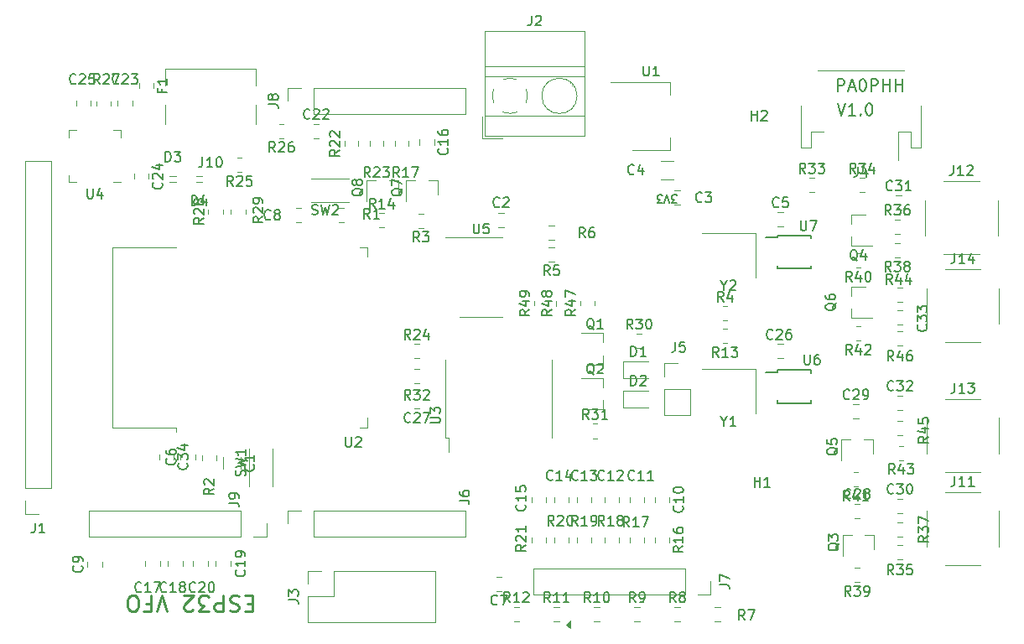
<source format=gto>
G04 #@! TF.GenerationSoftware,KiCad,Pcbnew,(5.1.10)-1*
G04 #@! TF.CreationDate,2021-11-27T10:12:55+01:00*
G04 #@! TF.ProjectId,ESP32Vfo,45535033-3256-4666-9f2e-6b696361645f,rev?*
G04 #@! TF.SameCoordinates,Original*
G04 #@! TF.FileFunction,Legend,Top*
G04 #@! TF.FilePolarity,Positive*
%FSLAX46Y46*%
G04 Gerber Fmt 4.6, Leading zero omitted, Abs format (unit mm)*
G04 Created by KiCad (PCBNEW (5.1.10)-1) date 2021-11-27 10:12:55*
%MOMM*%
%LPD*%
G01*
G04 APERTURE LIST*
%ADD10C,0.250000*%
%ADD11C,0.100000*%
%ADD12C,0.150000*%
%ADD13C,0.200000*%
%ADD14C,0.120000*%
G04 APERTURE END LIST*
D10*
X62647619Y-91414285D02*
X62114285Y-91414285D01*
X61885714Y-90576190D02*
X62647619Y-90576190D01*
X62647619Y-92176190D01*
X61885714Y-92176190D01*
X61276190Y-90652380D02*
X61047619Y-90576190D01*
X60666666Y-90576190D01*
X60514285Y-90652380D01*
X60438095Y-90728571D01*
X60361904Y-90880952D01*
X60361904Y-91033333D01*
X60438095Y-91185714D01*
X60514285Y-91261904D01*
X60666666Y-91338095D01*
X60971428Y-91414285D01*
X61123809Y-91490476D01*
X61200000Y-91566666D01*
X61276190Y-91719047D01*
X61276190Y-91871428D01*
X61200000Y-92023809D01*
X61123809Y-92100000D01*
X60971428Y-92176190D01*
X60590476Y-92176190D01*
X60361904Y-92100000D01*
X59676190Y-90576190D02*
X59676190Y-92176190D01*
X59066666Y-92176190D01*
X58914285Y-92100000D01*
X58838095Y-92023809D01*
X58761904Y-91871428D01*
X58761904Y-91642857D01*
X58838095Y-91490476D01*
X58914285Y-91414285D01*
X59066666Y-91338095D01*
X59676190Y-91338095D01*
X58228571Y-92176190D02*
X57238095Y-92176190D01*
X57771428Y-91566666D01*
X57542857Y-91566666D01*
X57390476Y-91490476D01*
X57314285Y-91414285D01*
X57238095Y-91261904D01*
X57238095Y-90880952D01*
X57314285Y-90728571D01*
X57390476Y-90652380D01*
X57542857Y-90576190D01*
X58000000Y-90576190D01*
X58152380Y-90652380D01*
X58228571Y-90728571D01*
X56628571Y-92023809D02*
X56552380Y-92100000D01*
X56400000Y-92176190D01*
X56019047Y-92176190D01*
X55866666Y-92100000D01*
X55790476Y-92023809D01*
X55714285Y-91871428D01*
X55714285Y-91719047D01*
X55790476Y-91490476D01*
X56704761Y-90576190D01*
X55714285Y-90576190D01*
X54038095Y-92176190D02*
X53504761Y-90576190D01*
X52971428Y-92176190D01*
X51904761Y-91414285D02*
X52438095Y-91414285D01*
X52438095Y-90576190D02*
X52438095Y-92176190D01*
X51676190Y-92176190D01*
X50761904Y-92176190D02*
X50457142Y-92176190D01*
X50304761Y-92100000D01*
X50152380Y-91947619D01*
X50076190Y-91642857D01*
X50076190Y-91109523D01*
X50152380Y-90804761D01*
X50304761Y-90652380D01*
X50457142Y-90576190D01*
X50761904Y-90576190D01*
X50914285Y-90652380D01*
X51066666Y-90804761D01*
X51142857Y-91109523D01*
X51142857Y-91642857D01*
X51066666Y-91947619D01*
X50914285Y-92100000D01*
X50761904Y-92176190D01*
D11*
G36*
X94721000Y-93878000D02*
G01*
X94331000Y-93508000D01*
X94721000Y-93118000D01*
X94721000Y-93878000D01*
G37*
X94721000Y-93878000D02*
X94331000Y-93508000D01*
X94721000Y-93118000D01*
X94721000Y-93878000D01*
D12*
X105490476Y-50938095D02*
X104995238Y-50938095D01*
X105261904Y-50633333D01*
X105147619Y-50633333D01*
X105071428Y-50595238D01*
X105033333Y-50557142D01*
X104995238Y-50480952D01*
X104995238Y-50290476D01*
X105033333Y-50214285D01*
X105071428Y-50176190D01*
X105147619Y-50138095D01*
X105376190Y-50138095D01*
X105452380Y-50176190D01*
X105490476Y-50214285D01*
X104766666Y-50938095D02*
X104500000Y-50138095D01*
X104233333Y-50938095D01*
X104042857Y-50938095D02*
X103547619Y-50938095D01*
X103814285Y-50633333D01*
X103700000Y-50633333D01*
X103623809Y-50595238D01*
X103585714Y-50557142D01*
X103547619Y-50480952D01*
X103547619Y-50290476D01*
X103585714Y-50214285D01*
X103623809Y-50176190D01*
X103700000Y-50138095D01*
X103928571Y-50138095D01*
X104004761Y-50176190D01*
X104042857Y-50214285D01*
D13*
X121742857Y-39642857D02*
X121742857Y-38442857D01*
X122200000Y-38442857D01*
X122314285Y-38500000D01*
X122371428Y-38557142D01*
X122428571Y-38671428D01*
X122428571Y-38842857D01*
X122371428Y-38957142D01*
X122314285Y-39014285D01*
X122200000Y-39071428D01*
X121742857Y-39071428D01*
X122885714Y-39300000D02*
X123457142Y-39300000D01*
X122771428Y-39642857D02*
X123171428Y-38442857D01*
X123571428Y-39642857D01*
X124200000Y-38442857D02*
X124314285Y-38442857D01*
X124428571Y-38500000D01*
X124485714Y-38557142D01*
X124542857Y-38671428D01*
X124600000Y-38900000D01*
X124600000Y-39185714D01*
X124542857Y-39414285D01*
X124485714Y-39528571D01*
X124428571Y-39585714D01*
X124314285Y-39642857D01*
X124200000Y-39642857D01*
X124085714Y-39585714D01*
X124028571Y-39528571D01*
X123971428Y-39414285D01*
X123914285Y-39185714D01*
X123914285Y-38900000D01*
X123971428Y-38671428D01*
X124028571Y-38557142D01*
X124085714Y-38500000D01*
X124200000Y-38442857D01*
X125114285Y-39642857D02*
X125114285Y-38442857D01*
X125571428Y-38442857D01*
X125685714Y-38500000D01*
X125742857Y-38557142D01*
X125800000Y-38671428D01*
X125800000Y-38842857D01*
X125742857Y-38957142D01*
X125685714Y-39014285D01*
X125571428Y-39071428D01*
X125114285Y-39071428D01*
X126314285Y-39642857D02*
X126314285Y-38442857D01*
X126314285Y-39014285D02*
X127000000Y-39014285D01*
X127000000Y-39642857D02*
X127000000Y-38442857D01*
X127571428Y-39642857D02*
X127571428Y-38442857D01*
X127571428Y-39014285D02*
X128257142Y-39014285D01*
X128257142Y-39642857D02*
X128257142Y-38442857D01*
X121717028Y-40897257D02*
X122117028Y-42097257D01*
X122517028Y-40897257D01*
X123545600Y-42097257D02*
X122859885Y-42097257D01*
X123202742Y-42097257D02*
X123202742Y-40897257D01*
X123088457Y-41068685D01*
X122974171Y-41182971D01*
X122859885Y-41240114D01*
X124059885Y-41982971D02*
X124117028Y-42040114D01*
X124059885Y-42097257D01*
X124002742Y-42040114D01*
X124059885Y-41982971D01*
X124059885Y-42097257D01*
X124859885Y-40897257D02*
X124974171Y-40897257D01*
X125088457Y-40954400D01*
X125145600Y-41011542D01*
X125202742Y-41125828D01*
X125259885Y-41354400D01*
X125259885Y-41640114D01*
X125202742Y-41868685D01*
X125145600Y-41982971D01*
X125088457Y-42040114D01*
X124974171Y-42097257D01*
X124859885Y-42097257D01*
X124745600Y-42040114D01*
X124688457Y-41982971D01*
X124631314Y-41868685D01*
X124574171Y-41640114D01*
X124574171Y-41354400D01*
X124631314Y-41125828D01*
X124688457Y-41011542D01*
X124745600Y-40954400D01*
X124859885Y-40897257D01*
D14*
X91086000Y-61314064D02*
X91086000Y-60859936D01*
X92556000Y-61314064D02*
X92556000Y-60859936D01*
X57577000Y-48814000D02*
X56977000Y-48814000D01*
X57577000Y-48214000D02*
X56977000Y-48214000D01*
X54310000Y-48214000D02*
X54910000Y-48214000D01*
X54310000Y-48814000D02*
X54910000Y-48814000D01*
X64700000Y-75763000D02*
X64700000Y-79563000D01*
X62300000Y-79563000D02*
X62300000Y-75763000D01*
X93335000Y-61317064D02*
X93335000Y-60862936D01*
X94805000Y-61317064D02*
X94805000Y-60862936D01*
X95735000Y-61287064D02*
X95735000Y-60832936D01*
X97205000Y-61287064D02*
X97205000Y-60832936D01*
X53252700Y-76319748D02*
X53252700Y-76842252D01*
X54722700Y-76319748D02*
X54722700Y-76842252D01*
X75477636Y-51957300D02*
X75931764Y-51957300D01*
X75477636Y-53427300D02*
X75931764Y-53427300D01*
X79894164Y-53490800D02*
X79440036Y-53490800D01*
X79894164Y-52020800D02*
X79440036Y-52020800D01*
X77360900Y-48643000D02*
X76430900Y-48643000D01*
X74200900Y-48643000D02*
X75130900Y-48643000D01*
X74200900Y-48643000D02*
X74200900Y-50803000D01*
X77360900Y-48643000D02*
X77360900Y-50103000D01*
X81336000Y-48630300D02*
X80406000Y-48630300D01*
X78176000Y-48630300D02*
X79106000Y-48630300D01*
X78176000Y-48630300D02*
X78176000Y-50790300D01*
X81336000Y-48630300D02*
X81336000Y-50090300D01*
X54944000Y-73636000D02*
X54944000Y-74016000D01*
X48524000Y-73636000D02*
X54944000Y-73636000D01*
X48524000Y-55396000D02*
X54944000Y-55396000D01*
X48524000Y-73636000D02*
X48524000Y-55396000D01*
X74269000Y-55396000D02*
X74269000Y-56396000D01*
X73489000Y-55396000D02*
X74269000Y-55396000D01*
X74269000Y-73636000D02*
X74269000Y-72636000D01*
X73489000Y-73636000D02*
X74269000Y-73636000D01*
X63000000Y-42998000D02*
X63000000Y-41078000D01*
X53840000Y-41078000D02*
X53840000Y-42998000D01*
X53840000Y-39068000D02*
X53840000Y-37363000D01*
X63000000Y-37363000D02*
X63000000Y-39068000D01*
X53840000Y-37363000D02*
X63000000Y-37363000D01*
X104207000Y-67123000D02*
X105537000Y-67123000D01*
X104207000Y-68453000D02*
X104207000Y-67123000D01*
X104207000Y-69723000D02*
X106867000Y-69723000D01*
X106867000Y-69723000D02*
X106867000Y-72323000D01*
X104207000Y-69723000D02*
X104207000Y-72323000D01*
X104207000Y-72323000D02*
X106867000Y-72323000D01*
X97002936Y-73233000D02*
X97457064Y-73233000D01*
X97002936Y-74703000D02*
X97457064Y-74703000D01*
X101452936Y-64133000D02*
X101907064Y-64133000D01*
X101452936Y-65603000D02*
X101907064Y-65603000D01*
X98010000Y-71798000D02*
X98010000Y-70868000D01*
X98010000Y-68638000D02*
X98010000Y-69568000D01*
X98010000Y-68638000D02*
X95850000Y-68638000D01*
X98010000Y-71798000D02*
X96550000Y-71798000D01*
X98010000Y-67248000D02*
X98010000Y-66318000D01*
X98010000Y-64088000D02*
X98010000Y-65018000D01*
X98010000Y-64088000D02*
X95850000Y-64088000D01*
X98010000Y-67248000D02*
X96550000Y-67248000D01*
X100100000Y-69918000D02*
X100100000Y-71618000D01*
X100100000Y-71618000D02*
X102650000Y-71618000D01*
X100100000Y-69918000D02*
X102650000Y-69918000D01*
X100100000Y-66968000D02*
X100100000Y-68668000D01*
X100100000Y-68668000D02*
X102650000Y-68668000D01*
X100100000Y-66968000D02*
X102650000Y-66968000D01*
X68585000Y-48457000D02*
X72385000Y-48457000D01*
X72385000Y-50857000D02*
X68585000Y-50857000D01*
X67048748Y-51462000D02*
X67571252Y-51462000D01*
X67048748Y-52932000D02*
X67571252Y-52932000D01*
X113444000Y-58511000D02*
X113444000Y-54011000D01*
X113444000Y-54011000D02*
X108044000Y-54011000D01*
X113444000Y-72227000D02*
X113444000Y-67727000D01*
X113444000Y-67727000D02*
X108044000Y-67727000D01*
D12*
X115673000Y-54205000D02*
X115673000Y-54430000D01*
X119023000Y-54205000D02*
X119023000Y-54505000D01*
X119023000Y-57555000D02*
X119023000Y-57255000D01*
X115673000Y-57555000D02*
X115673000Y-57255000D01*
X115673000Y-54205000D02*
X119023000Y-54205000D01*
X115673000Y-57555000D02*
X119023000Y-57555000D01*
X115673000Y-54430000D02*
X114448000Y-54430000D01*
X115673000Y-67794000D02*
X115673000Y-68019000D01*
X119023000Y-67794000D02*
X119023000Y-68094000D01*
X119023000Y-71144000D02*
X119023000Y-70844000D01*
X115673000Y-71144000D02*
X115673000Y-70844000D01*
X115673000Y-67794000D02*
X119023000Y-67794000D01*
X115673000Y-71144000D02*
X119023000Y-71144000D01*
X115673000Y-68019000D02*
X114448000Y-68019000D01*
D14*
X85725000Y-62455000D02*
X87925000Y-62455000D01*
X85725000Y-62455000D02*
X83525000Y-62455000D01*
X85725000Y-54385000D02*
X87925000Y-54385000D01*
X85725000Y-54385000D02*
X82125000Y-54385000D01*
X127788936Y-63908000D02*
X128243064Y-63908000D01*
X127788936Y-65378000D02*
X128243064Y-65378000D01*
X127788936Y-72925000D02*
X128243064Y-72925000D01*
X127788936Y-74395000D02*
X128243064Y-74395000D01*
X128243064Y-60933000D02*
X127788936Y-60933000D01*
X128243064Y-59463000D02*
X127788936Y-59463000D01*
X128370064Y-76935000D02*
X127915936Y-76935000D01*
X128370064Y-75465000D02*
X127915936Y-75465000D01*
X124052064Y-64870000D02*
X123597936Y-64870000D01*
X124052064Y-63400000D02*
X123597936Y-63400000D01*
X123798064Y-79602000D02*
X123343936Y-79602000D01*
X123798064Y-78132000D02*
X123343936Y-78132000D01*
X124052064Y-57504000D02*
X123597936Y-57504000D01*
X124052064Y-56034000D02*
X123597936Y-56034000D01*
X123925064Y-89254000D02*
X123470936Y-89254000D01*
X123925064Y-87784000D02*
X123470936Y-87784000D01*
X127989064Y-56488000D02*
X127534936Y-56488000D01*
X127989064Y-55018000D02*
X127534936Y-55018000D01*
X127788936Y-83212000D02*
X128243064Y-83212000D01*
X127788936Y-84682000D02*
X128243064Y-84682000D01*
X127534936Y-52605000D02*
X127989064Y-52605000D01*
X127534936Y-54075000D02*
X127989064Y-54075000D01*
X127788936Y-85498000D02*
X128243064Y-85498000D01*
X127788936Y-86968000D02*
X128243064Y-86968000D01*
X123978936Y-48414000D02*
X124433064Y-48414000D01*
X123978936Y-49884000D02*
X124433064Y-49884000D01*
X118898936Y-48414000D02*
X119353064Y-48414000D01*
X118898936Y-49884000D02*
X119353064Y-49884000D01*
X79020936Y-67718000D02*
X79475064Y-67718000D01*
X79020936Y-69188000D02*
X79475064Y-69188000D01*
X48360000Y-40666936D02*
X48360000Y-41121064D01*
X46890000Y-40666936D02*
X46890000Y-41121064D01*
X79020936Y-65178000D02*
X79475064Y-65178000D01*
X79020936Y-66648000D02*
X79475064Y-66648000D01*
X110590064Y-65124000D02*
X110135936Y-65124000D01*
X110590064Y-63654000D02*
X110135936Y-63654000D01*
X110590064Y-62838000D02*
X110135936Y-62838000D01*
X110590064Y-61368000D02*
X110135936Y-61368000D01*
X123065000Y-59380000D02*
X123065000Y-60310000D01*
X123065000Y-62540000D02*
X123065000Y-61610000D01*
X123065000Y-62540000D02*
X125225000Y-62540000D01*
X123065000Y-59380000D02*
X124525000Y-59380000D01*
X125278000Y-74805000D02*
X124348000Y-74805000D01*
X122118000Y-74805000D02*
X123048000Y-74805000D01*
X122118000Y-74805000D02*
X122118000Y-76965000D01*
X125278000Y-74805000D02*
X125278000Y-76265000D01*
X123065000Y-52141000D02*
X123065000Y-53071000D01*
X123065000Y-55301000D02*
X123065000Y-54371000D01*
X123065000Y-55301000D02*
X125225000Y-55301000D01*
X123065000Y-52141000D02*
X124525000Y-52141000D01*
X125405000Y-84457000D02*
X124475000Y-84457000D01*
X122245000Y-84457000D02*
X123175000Y-84457000D01*
X122245000Y-84457000D02*
X122245000Y-86617000D01*
X125405000Y-84457000D02*
X125405000Y-85917000D01*
X130686000Y-59541000D02*
X130686000Y-63141000D01*
X138046000Y-59541000D02*
X138046000Y-63141000D01*
X132566000Y-65021000D02*
X136166000Y-65021000D01*
X132566000Y-57661000D02*
X136166000Y-57661000D01*
X130686000Y-72622000D02*
X130686000Y-76222000D01*
X138046000Y-72622000D02*
X138046000Y-76222000D01*
X132566000Y-78102000D02*
X136166000Y-78102000D01*
X132566000Y-70742000D02*
X136166000Y-70742000D01*
X130559000Y-50651000D02*
X130559000Y-54251000D01*
X137919000Y-50651000D02*
X137919000Y-54251000D01*
X132439000Y-56131000D02*
X136039000Y-56131000D01*
X132439000Y-48771000D02*
X136039000Y-48771000D01*
X130686000Y-82020000D02*
X130686000Y-85620000D01*
X138046000Y-82020000D02*
X138046000Y-85620000D01*
X132566000Y-87500000D02*
X136166000Y-87500000D01*
X132566000Y-80140000D02*
X136166000Y-80140000D01*
X42351000Y-79756000D02*
X39691000Y-79756000D01*
X42351000Y-79756000D02*
X42351000Y-46676000D01*
X42351000Y-46676000D02*
X39691000Y-46676000D01*
X39691000Y-79756000D02*
X39691000Y-46676000D01*
X39691000Y-82356000D02*
X39691000Y-81026000D01*
X41021000Y-82356000D02*
X39691000Y-82356000D01*
X127754748Y-61749000D02*
X128277252Y-61749000D01*
X127754748Y-63219000D02*
X128277252Y-63219000D01*
X127754748Y-70385000D02*
X128277252Y-70385000D01*
X127754748Y-71855000D02*
X128277252Y-71855000D01*
X127627748Y-50192000D02*
X128150252Y-50192000D01*
X127627748Y-51662000D02*
X128150252Y-51662000D01*
X127754748Y-80799000D02*
X128277252Y-80799000D01*
X127754748Y-82269000D02*
X128277252Y-82269000D01*
X123309748Y-71274000D02*
X123832252Y-71274000D01*
X123309748Y-72744000D02*
X123832252Y-72744000D01*
X123436748Y-81307000D02*
X123959252Y-81307000D01*
X123436748Y-82777000D02*
X123959252Y-82777000D01*
X79509252Y-71728000D02*
X78986748Y-71728000D01*
X79509252Y-70258000D02*
X78986748Y-70258000D01*
X116212252Y-66648000D02*
X115689748Y-66648000D01*
X116212252Y-65178000D02*
X115689748Y-65178000D01*
X52170000Y-47998748D02*
X52170000Y-48521252D01*
X50700000Y-47998748D02*
X50700000Y-48521252D01*
X50519000Y-40632748D02*
X50519000Y-41155252D01*
X49049000Y-40632748D02*
X49049000Y-41155252D01*
X61949000Y-52043064D02*
X61949000Y-51588936D01*
X60479000Y-52043064D02*
X60479000Y-51588936D01*
X59663000Y-52043064D02*
X59663000Y-51588936D01*
X58193000Y-52043064D02*
X58193000Y-51588936D01*
X65809864Y-42953000D02*
X65355736Y-42953000D01*
X65809864Y-44423000D02*
X65355736Y-44423000D01*
X61568064Y-46382000D02*
X61113936Y-46382000D01*
X61568064Y-47852000D02*
X61113936Y-47852000D01*
X44858000Y-40632748D02*
X44858000Y-41155252D01*
X46328000Y-40632748D02*
X46328000Y-41155252D01*
X68826748Y-44423000D02*
X69349252Y-44423000D01*
X68826748Y-42953000D02*
X69349252Y-42953000D01*
X87789652Y-90143000D02*
X87267148Y-90143000D01*
X87789652Y-88673000D02*
X87267148Y-88673000D01*
X68266000Y-89408000D02*
X68266000Y-88078000D01*
X68266000Y-88078000D02*
X69596000Y-88078000D01*
X68266000Y-90678000D02*
X70866000Y-90678000D01*
X70866000Y-90678000D02*
X70866000Y-88078000D01*
X70866000Y-88078000D02*
X81086000Y-88078000D01*
X81086000Y-93278000D02*
X81086000Y-88078000D01*
X68266000Y-93278000D02*
X81086000Y-93278000D01*
X68266000Y-93278000D02*
X68266000Y-90678000D01*
X44851000Y-48838000D02*
X44126000Y-48838000D01*
X44126000Y-48838000D02*
X44126000Y-48113000D01*
X48621000Y-43618000D02*
X49346000Y-43618000D01*
X49346000Y-43618000D02*
X49346000Y-44343000D01*
X44851000Y-43618000D02*
X44126000Y-43618000D01*
X44126000Y-43618000D02*
X44126000Y-44343000D01*
X48621000Y-48838000D02*
X49346000Y-48838000D01*
X52653000Y-38857422D02*
X52653000Y-39374578D01*
X51233000Y-38857422D02*
X51233000Y-39374578D01*
X128419000Y-37527000D02*
X119739000Y-37527000D01*
X119039000Y-43747000D02*
X120319000Y-43747000D01*
X119039000Y-45347000D02*
X119039000Y-43747000D01*
X118019000Y-45347000D02*
X119039000Y-45347000D01*
X118019000Y-41097000D02*
X118019000Y-45347000D01*
X127839000Y-43747000D02*
X127839000Y-46637000D01*
X129119000Y-43747000D02*
X127839000Y-43747000D01*
X129119000Y-45347000D02*
X129119000Y-43747000D01*
X130139000Y-45347000D02*
X129119000Y-45347000D01*
X130139000Y-41097000D02*
X130139000Y-45347000D01*
X71366748Y-52907000D02*
X71889252Y-52907000D01*
X71366748Y-51487000D02*
X71889252Y-51487000D01*
X82103000Y-74689000D02*
X82503000Y-74689000D01*
X82503000Y-74689000D02*
X82503000Y-76089000D01*
X82103000Y-74689000D02*
X82103000Y-66789000D01*
X92903000Y-74689000D02*
X92903000Y-66789000D01*
X98770000Y-38754000D02*
X104780000Y-38754000D01*
X101020000Y-45574000D02*
X104780000Y-45574000D01*
X104780000Y-38754000D02*
X104780000Y-40014000D01*
X104780000Y-45574000D02*
X104780000Y-44314000D01*
X93098252Y-53265000D02*
X92575748Y-53265000D01*
X93098252Y-54685000D02*
X92575748Y-54685000D01*
X93098252Y-55424000D02*
X92575748Y-55424000D01*
X93098252Y-56844000D02*
X92575748Y-56844000D01*
X78434000Y-45219252D02*
X78434000Y-44696748D01*
X77014000Y-45219252D02*
X77014000Y-44696748D01*
X75894000Y-45219252D02*
X75894000Y-44696748D01*
X74474000Y-45219252D02*
X74474000Y-44696748D01*
X73354000Y-45219252D02*
X73354000Y-44696748D01*
X71934000Y-45219252D02*
X71934000Y-44696748D01*
X90857000Y-84701748D02*
X90857000Y-85224252D01*
X92277000Y-84701748D02*
X92277000Y-85224252D01*
X93143000Y-84701748D02*
X93143000Y-85224252D01*
X94563000Y-84701748D02*
X94563000Y-85224252D01*
X95429000Y-84701748D02*
X95429000Y-85224252D01*
X96849000Y-84701748D02*
X96849000Y-85224252D01*
X98223000Y-84701748D02*
X98223000Y-85224252D01*
X99643000Y-84701748D02*
X99643000Y-85224252D01*
X100763000Y-84701748D02*
X100763000Y-85224252D01*
X102183000Y-84701748D02*
X102183000Y-85224252D01*
X103303000Y-84701748D02*
X103303000Y-85224252D01*
X104723000Y-84701748D02*
X104723000Y-85224252D01*
X89028748Y-93166000D02*
X89551252Y-93166000D01*
X89028748Y-91746000D02*
X89551252Y-91746000D01*
X93083748Y-93166000D02*
X93606252Y-93166000D01*
X93083748Y-91746000D02*
X93606252Y-91746000D01*
X97147748Y-93166000D02*
X97670252Y-93166000D01*
X97147748Y-91746000D02*
X97670252Y-91746000D01*
X101211748Y-93166000D02*
X101734252Y-93166000D01*
X101211748Y-91746000D02*
X101734252Y-91746000D01*
X105275748Y-93166000D02*
X105798252Y-93166000D01*
X105275748Y-91746000D02*
X105798252Y-91746000D01*
X109862252Y-91746000D02*
X109339748Y-91746000D01*
X109862252Y-93166000D02*
X109339748Y-93166000D01*
X59003000Y-76969252D02*
X59003000Y-76446748D01*
X57583000Y-76969252D02*
X57583000Y-76446748D01*
X85846000Y-44432000D02*
X87846000Y-44432000D01*
X85846000Y-42192000D02*
X85846000Y-44432000D01*
X92346000Y-41215000D02*
X92296000Y-41265000D01*
X94779000Y-38782000D02*
X94754000Y-38806000D01*
X92538000Y-41457000D02*
X92514000Y-41482000D01*
X94996000Y-38999000D02*
X94947000Y-39049000D01*
X96206000Y-33572000D02*
X96206000Y-44192000D01*
X86086000Y-33572000D02*
X86086000Y-44192000D01*
X86086000Y-44192000D02*
X96206000Y-44192000D01*
X86086000Y-33572000D02*
X96206000Y-33572000D01*
X86086000Y-37132000D02*
X96206000Y-37132000D01*
X86086000Y-38132000D02*
X96206000Y-38132000D01*
X86086000Y-42132000D02*
X96206000Y-42132000D01*
X95426000Y-40132000D02*
G75*
G03*
X95426000Y-40132000I-1780000J0D01*
G01*
X88676814Y-41912389D02*
G75*
G02*
X87950000Y-41771000I-30814J1780389D01*
G01*
X87006795Y-40827516D02*
G75*
G02*
X87007000Y-39436000I1639205J695516D01*
G01*
X87950484Y-38492795D02*
G75*
G02*
X89342000Y-38493000I695516J-1639205D01*
G01*
X90285205Y-39436484D02*
G75*
G02*
X90285000Y-40828000I-1639205J-695516D01*
G01*
X89341501Y-41770499D02*
G75*
G02*
X88646000Y-41912000I-695501J1638499D01*
G01*
X64068000Y-83312000D02*
X64068000Y-84642000D01*
X64068000Y-84642000D02*
X62738000Y-84642000D01*
X61468000Y-84642000D02*
X46168000Y-84642000D01*
X46168000Y-81982000D02*
X46168000Y-84642000D01*
X61468000Y-81982000D02*
X46168000Y-81982000D01*
X61468000Y-81982000D02*
X61468000Y-84642000D01*
X66234000Y-40640000D02*
X66234000Y-39310000D01*
X66234000Y-39310000D02*
X67564000Y-39310000D01*
X68834000Y-39310000D02*
X84134000Y-39310000D01*
X84134000Y-41970000D02*
X84134000Y-39310000D01*
X68834000Y-41970000D02*
X84134000Y-41970000D01*
X68834000Y-41970000D02*
X68834000Y-39310000D01*
X66234000Y-83312000D02*
X66234000Y-81982000D01*
X66234000Y-81982000D02*
X67564000Y-81982000D01*
X68834000Y-81982000D02*
X84134000Y-81982000D01*
X84134000Y-84642000D02*
X84134000Y-81982000D01*
X68834000Y-84642000D02*
X84134000Y-84642000D01*
X68834000Y-84642000D02*
X68834000Y-81982000D01*
X108899000Y-89154000D02*
X108899000Y-90484000D01*
X108899000Y-90484000D02*
X107569000Y-90484000D01*
X106299000Y-90484000D02*
X90999000Y-90484000D01*
X90999000Y-87824000D02*
X90999000Y-90484000D01*
X106299000Y-87824000D02*
X90999000Y-87824000D01*
X106299000Y-87824000D02*
X106299000Y-90484000D01*
X47471000Y-87688052D02*
X47471000Y-87165548D01*
X46001000Y-87688052D02*
X46001000Y-87165548D01*
X58139000Y-87637252D02*
X58139000Y-87114748D01*
X56669000Y-87637252D02*
X56669000Y-87114748D01*
X60425000Y-87637252D02*
X60425000Y-87114748D01*
X58955000Y-87637252D02*
X58955000Y-87114748D01*
X55599000Y-87637252D02*
X55599000Y-87114748D01*
X54129000Y-87637252D02*
X54129000Y-87114748D01*
X53313000Y-87637252D02*
X53313000Y-87114748D01*
X51843000Y-87637252D02*
X51843000Y-87114748D01*
X79529000Y-44546748D02*
X79529000Y-45069252D01*
X80999000Y-44546748D02*
X80999000Y-45069252D01*
X90832000Y-80637748D02*
X90832000Y-81160252D01*
X92302000Y-80637748D02*
X92302000Y-81160252D01*
X93118000Y-80637748D02*
X93118000Y-81160252D01*
X94588000Y-80637748D02*
X94588000Y-81160252D01*
X95404000Y-80637748D02*
X95404000Y-81160252D01*
X96874000Y-80637748D02*
X96874000Y-81160252D01*
X98198000Y-80637748D02*
X98198000Y-81160252D01*
X99668000Y-80637748D02*
X99668000Y-81160252D01*
X100738000Y-80637748D02*
X100738000Y-81160252D01*
X102208000Y-80637748D02*
X102208000Y-81160252D01*
X103278000Y-80637748D02*
X103278000Y-81160252D01*
X104748000Y-80637748D02*
X104748000Y-81160252D01*
X56869000Y-76842252D02*
X56869000Y-76319748D01*
X55399000Y-76842252D02*
X55399000Y-76319748D01*
X116212252Y-51843000D02*
X115689748Y-51843000D01*
X116212252Y-53313000D02*
X115689748Y-53313000D01*
X105123064Y-46715000D02*
X103918936Y-46715000D01*
X105123064Y-48535000D02*
X103918936Y-48535000D01*
X105798252Y-49684000D02*
X105275748Y-49684000D01*
X105798252Y-51154000D02*
X105275748Y-51154000D01*
X88018252Y-51970000D02*
X87495748Y-51970000D01*
X88018252Y-53440000D02*
X87495748Y-53440000D01*
X59669000Y-76613936D02*
X59669000Y-77818064D01*
X61489000Y-76613936D02*
X61489000Y-77818064D01*
D12*
X90623380Y-61729857D02*
X90147190Y-62063190D01*
X90623380Y-62301285D02*
X89623380Y-62301285D01*
X89623380Y-61920333D01*
X89671000Y-61825095D01*
X89718619Y-61777476D01*
X89813857Y-61729857D01*
X89956714Y-61729857D01*
X90051952Y-61777476D01*
X90099571Y-61825095D01*
X90147190Y-61920333D01*
X90147190Y-62301285D01*
X89956714Y-60872714D02*
X90623380Y-60872714D01*
X89575761Y-61110809D02*
X90290047Y-61348904D01*
X90290047Y-60729857D01*
X90623380Y-60301285D02*
X90623380Y-60110809D01*
X90575761Y-60015571D01*
X90528142Y-59967952D01*
X90385285Y-59872714D01*
X90194809Y-59825095D01*
X89813857Y-59825095D01*
X89718619Y-59872714D01*
X89671000Y-59920333D01*
X89623380Y-60015571D01*
X89623380Y-60206047D01*
X89671000Y-60301285D01*
X89718619Y-60348904D01*
X89813857Y-60396523D01*
X90051952Y-60396523D01*
X90147190Y-60348904D01*
X90194809Y-60301285D01*
X90242428Y-60206047D01*
X90242428Y-60015571D01*
X90194809Y-59920333D01*
X90147190Y-59872714D01*
X90051952Y-59825095D01*
X56538904Y-51166380D02*
X56538904Y-50166380D01*
X56777000Y-50166380D01*
X56919857Y-50214000D01*
X57015095Y-50309238D01*
X57062714Y-50404476D01*
X57110333Y-50594952D01*
X57110333Y-50737809D01*
X57062714Y-50928285D01*
X57015095Y-51023523D01*
X56919857Y-51118761D01*
X56777000Y-51166380D01*
X56538904Y-51166380D01*
X57967476Y-50499714D02*
X57967476Y-51166380D01*
X57729380Y-50118761D02*
X57491285Y-50833047D01*
X58110333Y-50833047D01*
X53871904Y-46766380D02*
X53871904Y-45766380D01*
X54110000Y-45766380D01*
X54252857Y-45814000D01*
X54348095Y-45909238D01*
X54395714Y-46004476D01*
X54443333Y-46194952D01*
X54443333Y-46337809D01*
X54395714Y-46528285D01*
X54348095Y-46623523D01*
X54252857Y-46718761D01*
X54110000Y-46766380D01*
X53871904Y-46766380D01*
X54776666Y-45766380D02*
X55395714Y-45766380D01*
X55062380Y-46147333D01*
X55205238Y-46147333D01*
X55300476Y-46194952D01*
X55348095Y-46242571D01*
X55395714Y-46337809D01*
X55395714Y-46575904D01*
X55348095Y-46671142D01*
X55300476Y-46718761D01*
X55205238Y-46766380D01*
X54919523Y-46766380D01*
X54824285Y-46718761D01*
X54776666Y-46671142D01*
X61904761Y-78496333D02*
X61952380Y-78353476D01*
X61952380Y-78115380D01*
X61904761Y-78020142D01*
X61857142Y-77972523D01*
X61761904Y-77924904D01*
X61666666Y-77924904D01*
X61571428Y-77972523D01*
X61523809Y-78020142D01*
X61476190Y-78115380D01*
X61428571Y-78305857D01*
X61380952Y-78401095D01*
X61333333Y-78448714D01*
X61238095Y-78496333D01*
X61142857Y-78496333D01*
X61047619Y-78448714D01*
X61000000Y-78401095D01*
X60952380Y-78305857D01*
X60952380Y-78067761D01*
X61000000Y-77924904D01*
X60952380Y-77591571D02*
X61952380Y-77353476D01*
X61238095Y-77163000D01*
X61952380Y-76972523D01*
X60952380Y-76734428D01*
X61952380Y-75829666D02*
X61952380Y-76401095D01*
X61952380Y-76115380D02*
X60952380Y-76115380D01*
X61095238Y-76210619D01*
X61190476Y-76305857D01*
X61238095Y-76401095D01*
X92872380Y-61732857D02*
X92396190Y-62066190D01*
X92872380Y-62304285D02*
X91872380Y-62304285D01*
X91872380Y-61923333D01*
X91920000Y-61828095D01*
X91967619Y-61780476D01*
X92062857Y-61732857D01*
X92205714Y-61732857D01*
X92300952Y-61780476D01*
X92348571Y-61828095D01*
X92396190Y-61923333D01*
X92396190Y-62304285D01*
X92205714Y-60875714D02*
X92872380Y-60875714D01*
X91824761Y-61113809D02*
X92539047Y-61351904D01*
X92539047Y-60732857D01*
X92300952Y-60209047D02*
X92253333Y-60304285D01*
X92205714Y-60351904D01*
X92110476Y-60399523D01*
X92062857Y-60399523D01*
X91967619Y-60351904D01*
X91920000Y-60304285D01*
X91872380Y-60209047D01*
X91872380Y-60018571D01*
X91920000Y-59923333D01*
X91967619Y-59875714D01*
X92062857Y-59828095D01*
X92110476Y-59828095D01*
X92205714Y-59875714D01*
X92253333Y-59923333D01*
X92300952Y-60018571D01*
X92300952Y-60209047D01*
X92348571Y-60304285D01*
X92396190Y-60351904D01*
X92491428Y-60399523D01*
X92681904Y-60399523D01*
X92777142Y-60351904D01*
X92824761Y-60304285D01*
X92872380Y-60209047D01*
X92872380Y-60018571D01*
X92824761Y-59923333D01*
X92777142Y-59875714D01*
X92681904Y-59828095D01*
X92491428Y-59828095D01*
X92396190Y-59875714D01*
X92348571Y-59923333D01*
X92300952Y-60018571D01*
X95272380Y-61702857D02*
X94796190Y-62036190D01*
X95272380Y-62274285D02*
X94272380Y-62274285D01*
X94272380Y-61893333D01*
X94320000Y-61798095D01*
X94367619Y-61750476D01*
X94462857Y-61702857D01*
X94605714Y-61702857D01*
X94700952Y-61750476D01*
X94748571Y-61798095D01*
X94796190Y-61893333D01*
X94796190Y-62274285D01*
X94605714Y-60845714D02*
X95272380Y-60845714D01*
X94224761Y-61083809D02*
X94939047Y-61321904D01*
X94939047Y-60702857D01*
X94272380Y-60417142D02*
X94272380Y-59750476D01*
X95272380Y-60179047D01*
X56024842Y-77223857D02*
X56072461Y-77271476D01*
X56120080Y-77414333D01*
X56120080Y-77509571D01*
X56072461Y-77652428D01*
X55977223Y-77747666D01*
X55881985Y-77795285D01*
X55691509Y-77842904D01*
X55548652Y-77842904D01*
X55358176Y-77795285D01*
X55262938Y-77747666D01*
X55167700Y-77652428D01*
X55120080Y-77509571D01*
X55120080Y-77414333D01*
X55167700Y-77271476D01*
X55215319Y-77223857D01*
X55120080Y-76890523D02*
X55120080Y-76271476D01*
X55501033Y-76604809D01*
X55501033Y-76461952D01*
X55548652Y-76366714D01*
X55596271Y-76319095D01*
X55691509Y-76271476D01*
X55929604Y-76271476D01*
X56024842Y-76319095D01*
X56072461Y-76366714D01*
X56120080Y-76461952D01*
X56120080Y-76747666D01*
X56072461Y-76842904D01*
X56024842Y-76890523D01*
X55453414Y-75414333D02*
X56120080Y-75414333D01*
X55072461Y-75652428D02*
X55786747Y-75890523D01*
X55786747Y-75271476D01*
X75061842Y-51494680D02*
X74728509Y-51018490D01*
X74490414Y-51494680D02*
X74490414Y-50494680D01*
X74871366Y-50494680D01*
X74966604Y-50542300D01*
X75014223Y-50589919D01*
X75061842Y-50685157D01*
X75061842Y-50828014D01*
X75014223Y-50923252D01*
X74966604Y-50970871D01*
X74871366Y-51018490D01*
X74490414Y-51018490D01*
X76014223Y-51494680D02*
X75442795Y-51494680D01*
X75728509Y-51494680D02*
X75728509Y-50494680D01*
X75633271Y-50637538D01*
X75538033Y-50732776D01*
X75442795Y-50780395D01*
X76871366Y-50828014D02*
X76871366Y-51494680D01*
X76633271Y-50447061D02*
X76395176Y-51161347D01*
X77014223Y-51161347D01*
X79500433Y-54858180D02*
X79167100Y-54381990D01*
X78929004Y-54858180D02*
X78929004Y-53858180D01*
X79309957Y-53858180D01*
X79405195Y-53905800D01*
X79452814Y-53953419D01*
X79500433Y-54048657D01*
X79500433Y-54191514D01*
X79452814Y-54286752D01*
X79405195Y-54334371D01*
X79309957Y-54381990D01*
X78929004Y-54381990D01*
X79833766Y-53858180D02*
X80452814Y-53858180D01*
X80119480Y-54239133D01*
X80262338Y-54239133D01*
X80357576Y-54286752D01*
X80405195Y-54334371D01*
X80452814Y-54429609D01*
X80452814Y-54667704D01*
X80405195Y-54762942D01*
X80357576Y-54810561D01*
X80262338Y-54858180D01*
X79976623Y-54858180D01*
X79881385Y-54810561D01*
X79833766Y-54762942D01*
X73828519Y-49498238D02*
X73780900Y-49593476D01*
X73685661Y-49688714D01*
X73542804Y-49831571D01*
X73495185Y-49926809D01*
X73495185Y-50022047D01*
X73733280Y-49974428D02*
X73685661Y-50069666D01*
X73590423Y-50164904D01*
X73399947Y-50212523D01*
X73066614Y-50212523D01*
X72876138Y-50164904D01*
X72780900Y-50069666D01*
X72733280Y-49974428D01*
X72733280Y-49783952D01*
X72780900Y-49688714D01*
X72876138Y-49593476D01*
X73066614Y-49545857D01*
X73399947Y-49545857D01*
X73590423Y-49593476D01*
X73685661Y-49688714D01*
X73733280Y-49783952D01*
X73733280Y-49974428D01*
X73161852Y-48974428D02*
X73114233Y-49069666D01*
X73066614Y-49117285D01*
X72971376Y-49164904D01*
X72923757Y-49164904D01*
X72828519Y-49117285D01*
X72780900Y-49069666D01*
X72733280Y-48974428D01*
X72733280Y-48783952D01*
X72780900Y-48688714D01*
X72828519Y-48641095D01*
X72923757Y-48593476D01*
X72971376Y-48593476D01*
X73066614Y-48641095D01*
X73114233Y-48688714D01*
X73161852Y-48783952D01*
X73161852Y-48974428D01*
X73209471Y-49069666D01*
X73257090Y-49117285D01*
X73352328Y-49164904D01*
X73542804Y-49164904D01*
X73638042Y-49117285D01*
X73685661Y-49069666D01*
X73733280Y-48974428D01*
X73733280Y-48783952D01*
X73685661Y-48688714D01*
X73638042Y-48641095D01*
X73542804Y-48593476D01*
X73352328Y-48593476D01*
X73257090Y-48641095D01*
X73209471Y-48688714D01*
X73161852Y-48783952D01*
X77803619Y-49485538D02*
X77756000Y-49580776D01*
X77660761Y-49676014D01*
X77517904Y-49818871D01*
X77470285Y-49914109D01*
X77470285Y-50009347D01*
X77708380Y-49961728D02*
X77660761Y-50056966D01*
X77565523Y-50152204D01*
X77375047Y-50199823D01*
X77041714Y-50199823D01*
X76851238Y-50152204D01*
X76756000Y-50056966D01*
X76708380Y-49961728D01*
X76708380Y-49771252D01*
X76756000Y-49676014D01*
X76851238Y-49580776D01*
X77041714Y-49533157D01*
X77375047Y-49533157D01*
X77565523Y-49580776D01*
X77660761Y-49676014D01*
X77708380Y-49771252D01*
X77708380Y-49961728D01*
X76708380Y-49199823D02*
X76708380Y-48533157D01*
X77708380Y-48961728D01*
X72057095Y-74578380D02*
X72057095Y-75387904D01*
X72104714Y-75483142D01*
X72152333Y-75530761D01*
X72247571Y-75578380D01*
X72438047Y-75578380D01*
X72533285Y-75530761D01*
X72580904Y-75483142D01*
X72628523Y-75387904D01*
X72628523Y-74578380D01*
X73057095Y-74673619D02*
X73104714Y-74626000D01*
X73199952Y-74578380D01*
X73438047Y-74578380D01*
X73533285Y-74626000D01*
X73580904Y-74673619D01*
X73628523Y-74768857D01*
X73628523Y-74864095D01*
X73580904Y-75006952D01*
X73009476Y-75578380D01*
X73628523Y-75578380D01*
X57610476Y-46315380D02*
X57610476Y-47029666D01*
X57562857Y-47172523D01*
X57467619Y-47267761D01*
X57324761Y-47315380D01*
X57229523Y-47315380D01*
X58610476Y-47315380D02*
X58039047Y-47315380D01*
X58324761Y-47315380D02*
X58324761Y-46315380D01*
X58229523Y-46458238D01*
X58134285Y-46553476D01*
X58039047Y-46601095D01*
X59229523Y-46315380D02*
X59324761Y-46315380D01*
X59420000Y-46363000D01*
X59467619Y-46410619D01*
X59515238Y-46505857D01*
X59562857Y-46696333D01*
X59562857Y-46934428D01*
X59515238Y-47124904D01*
X59467619Y-47220142D01*
X59420000Y-47267761D01*
X59324761Y-47315380D01*
X59229523Y-47315380D01*
X59134285Y-47267761D01*
X59086666Y-47220142D01*
X59039047Y-47124904D01*
X58991428Y-46934428D01*
X58991428Y-46696333D01*
X59039047Y-46505857D01*
X59086666Y-46410619D01*
X59134285Y-46363000D01*
X59229523Y-46315380D01*
X113030095Y-42607380D02*
X113030095Y-41607380D01*
X113030095Y-42083571D02*
X113601523Y-42083571D01*
X113601523Y-42607380D02*
X113601523Y-41607380D01*
X114030095Y-41702619D02*
X114077714Y-41655000D01*
X114172952Y-41607380D01*
X114411047Y-41607380D01*
X114506285Y-41655000D01*
X114553904Y-41702619D01*
X114601523Y-41797857D01*
X114601523Y-41893095D01*
X114553904Y-42035952D01*
X113982476Y-42607380D01*
X114601523Y-42607380D01*
X113330095Y-79607380D02*
X113330095Y-78607380D01*
X113330095Y-79083571D02*
X113901523Y-79083571D01*
X113901523Y-79607380D02*
X113901523Y-78607380D01*
X114901523Y-79607380D02*
X114330095Y-79607380D01*
X114615809Y-79607380D02*
X114615809Y-78607380D01*
X114520571Y-78750238D01*
X114425333Y-78845476D01*
X114330095Y-78893095D01*
X105330666Y-64984380D02*
X105330666Y-65698666D01*
X105283047Y-65841523D01*
X105187809Y-65936761D01*
X105044952Y-65984380D01*
X104949714Y-65984380D01*
X106283047Y-64984380D02*
X105806857Y-64984380D01*
X105759238Y-65460571D01*
X105806857Y-65412952D01*
X105902095Y-65365333D01*
X106140190Y-65365333D01*
X106235428Y-65412952D01*
X106283047Y-65460571D01*
X106330666Y-65555809D01*
X106330666Y-65793904D01*
X106283047Y-65889142D01*
X106235428Y-65936761D01*
X106140190Y-65984380D01*
X105902095Y-65984380D01*
X105806857Y-65936761D01*
X105759238Y-65889142D01*
X96587142Y-72770380D02*
X96253809Y-72294190D01*
X96015714Y-72770380D02*
X96015714Y-71770380D01*
X96396666Y-71770380D01*
X96491904Y-71818000D01*
X96539523Y-71865619D01*
X96587142Y-71960857D01*
X96587142Y-72103714D01*
X96539523Y-72198952D01*
X96491904Y-72246571D01*
X96396666Y-72294190D01*
X96015714Y-72294190D01*
X96920476Y-71770380D02*
X97539523Y-71770380D01*
X97206190Y-72151333D01*
X97349047Y-72151333D01*
X97444285Y-72198952D01*
X97491904Y-72246571D01*
X97539523Y-72341809D01*
X97539523Y-72579904D01*
X97491904Y-72675142D01*
X97444285Y-72722761D01*
X97349047Y-72770380D01*
X97063333Y-72770380D01*
X96968095Y-72722761D01*
X96920476Y-72675142D01*
X98491904Y-72770380D02*
X97920476Y-72770380D01*
X98206190Y-72770380D02*
X98206190Y-71770380D01*
X98110952Y-71913238D01*
X98015714Y-72008476D01*
X97920476Y-72056095D01*
X101037142Y-63670380D02*
X100703809Y-63194190D01*
X100465714Y-63670380D02*
X100465714Y-62670380D01*
X100846666Y-62670380D01*
X100941904Y-62718000D01*
X100989523Y-62765619D01*
X101037142Y-62860857D01*
X101037142Y-63003714D01*
X100989523Y-63098952D01*
X100941904Y-63146571D01*
X100846666Y-63194190D01*
X100465714Y-63194190D01*
X101370476Y-62670380D02*
X101989523Y-62670380D01*
X101656190Y-63051333D01*
X101799047Y-63051333D01*
X101894285Y-63098952D01*
X101941904Y-63146571D01*
X101989523Y-63241809D01*
X101989523Y-63479904D01*
X101941904Y-63575142D01*
X101894285Y-63622761D01*
X101799047Y-63670380D01*
X101513333Y-63670380D01*
X101418095Y-63622761D01*
X101370476Y-63575142D01*
X102608571Y-62670380D02*
X102703809Y-62670380D01*
X102799047Y-62718000D01*
X102846666Y-62765619D01*
X102894285Y-62860857D01*
X102941904Y-63051333D01*
X102941904Y-63289428D01*
X102894285Y-63479904D01*
X102846666Y-63575142D01*
X102799047Y-63622761D01*
X102703809Y-63670380D01*
X102608571Y-63670380D01*
X102513333Y-63622761D01*
X102465714Y-63575142D01*
X102418095Y-63479904D01*
X102370476Y-63289428D01*
X102370476Y-63051333D01*
X102418095Y-62860857D01*
X102465714Y-62765619D01*
X102513333Y-62718000D01*
X102608571Y-62670380D01*
X97154761Y-68265619D02*
X97059523Y-68218000D01*
X96964285Y-68122761D01*
X96821428Y-67979904D01*
X96726190Y-67932285D01*
X96630952Y-67932285D01*
X96678571Y-68170380D02*
X96583333Y-68122761D01*
X96488095Y-68027523D01*
X96440476Y-67837047D01*
X96440476Y-67503714D01*
X96488095Y-67313238D01*
X96583333Y-67218000D01*
X96678571Y-67170380D01*
X96869047Y-67170380D01*
X96964285Y-67218000D01*
X97059523Y-67313238D01*
X97107142Y-67503714D01*
X97107142Y-67837047D01*
X97059523Y-68027523D01*
X96964285Y-68122761D01*
X96869047Y-68170380D01*
X96678571Y-68170380D01*
X97488095Y-67265619D02*
X97535714Y-67218000D01*
X97630952Y-67170380D01*
X97869047Y-67170380D01*
X97964285Y-67218000D01*
X98011904Y-67265619D01*
X98059523Y-67360857D01*
X98059523Y-67456095D01*
X98011904Y-67598952D01*
X97440476Y-68170380D01*
X98059523Y-68170380D01*
X97154761Y-63715619D02*
X97059523Y-63668000D01*
X96964285Y-63572761D01*
X96821428Y-63429904D01*
X96726190Y-63382285D01*
X96630952Y-63382285D01*
X96678571Y-63620380D02*
X96583333Y-63572761D01*
X96488095Y-63477523D01*
X96440476Y-63287047D01*
X96440476Y-62953714D01*
X96488095Y-62763238D01*
X96583333Y-62668000D01*
X96678571Y-62620380D01*
X96869047Y-62620380D01*
X96964285Y-62668000D01*
X97059523Y-62763238D01*
X97107142Y-62953714D01*
X97107142Y-63287047D01*
X97059523Y-63477523D01*
X96964285Y-63572761D01*
X96869047Y-63620380D01*
X96678571Y-63620380D01*
X98059523Y-63620380D02*
X97488095Y-63620380D01*
X97773809Y-63620380D02*
X97773809Y-62620380D01*
X97678571Y-62763238D01*
X97583333Y-62858476D01*
X97488095Y-62906095D01*
X100861904Y-69370380D02*
X100861904Y-68370380D01*
X101100000Y-68370380D01*
X101242857Y-68418000D01*
X101338095Y-68513238D01*
X101385714Y-68608476D01*
X101433333Y-68798952D01*
X101433333Y-68941809D01*
X101385714Y-69132285D01*
X101338095Y-69227523D01*
X101242857Y-69322761D01*
X101100000Y-69370380D01*
X100861904Y-69370380D01*
X101814285Y-68465619D02*
X101861904Y-68418000D01*
X101957142Y-68370380D01*
X102195238Y-68370380D01*
X102290476Y-68418000D01*
X102338095Y-68465619D01*
X102385714Y-68560857D01*
X102385714Y-68656095D01*
X102338095Y-68798952D01*
X101766666Y-69370380D01*
X102385714Y-69370380D01*
X100861904Y-66420380D02*
X100861904Y-65420380D01*
X101100000Y-65420380D01*
X101242857Y-65468000D01*
X101338095Y-65563238D01*
X101385714Y-65658476D01*
X101433333Y-65848952D01*
X101433333Y-65991809D01*
X101385714Y-66182285D01*
X101338095Y-66277523D01*
X101242857Y-66372761D01*
X101100000Y-66420380D01*
X100861904Y-66420380D01*
X102385714Y-66420380D02*
X101814285Y-66420380D01*
X102100000Y-66420380D02*
X102100000Y-65420380D01*
X102004761Y-65563238D01*
X101909523Y-65658476D01*
X101814285Y-65706095D01*
X68651666Y-52061761D02*
X68794523Y-52109380D01*
X69032619Y-52109380D01*
X69127857Y-52061761D01*
X69175476Y-52014142D01*
X69223095Y-51918904D01*
X69223095Y-51823666D01*
X69175476Y-51728428D01*
X69127857Y-51680809D01*
X69032619Y-51633190D01*
X68842142Y-51585571D01*
X68746904Y-51537952D01*
X68699285Y-51490333D01*
X68651666Y-51395095D01*
X68651666Y-51299857D01*
X68699285Y-51204619D01*
X68746904Y-51157000D01*
X68842142Y-51109380D01*
X69080238Y-51109380D01*
X69223095Y-51157000D01*
X69556428Y-51109380D02*
X69794523Y-52109380D01*
X69985000Y-51395095D01*
X70175476Y-52109380D01*
X70413571Y-51109380D01*
X70746904Y-51204619D02*
X70794523Y-51157000D01*
X70889761Y-51109380D01*
X71127857Y-51109380D01*
X71223095Y-51157000D01*
X71270714Y-51204619D01*
X71318333Y-51299857D01*
X71318333Y-51395095D01*
X71270714Y-51537952D01*
X70699285Y-52109380D01*
X71318333Y-52109380D01*
X64476333Y-52554142D02*
X64428714Y-52601761D01*
X64285857Y-52649380D01*
X64190619Y-52649380D01*
X64047761Y-52601761D01*
X63952523Y-52506523D01*
X63904904Y-52411285D01*
X63857285Y-52220809D01*
X63857285Y-52077952D01*
X63904904Y-51887476D01*
X63952523Y-51792238D01*
X64047761Y-51697000D01*
X64190619Y-51649380D01*
X64285857Y-51649380D01*
X64428714Y-51697000D01*
X64476333Y-51744619D01*
X65047761Y-52077952D02*
X64952523Y-52030333D01*
X64904904Y-51982714D01*
X64857285Y-51887476D01*
X64857285Y-51839857D01*
X64904904Y-51744619D01*
X64952523Y-51697000D01*
X65047761Y-51649380D01*
X65238238Y-51649380D01*
X65333476Y-51697000D01*
X65381095Y-51744619D01*
X65428714Y-51839857D01*
X65428714Y-51887476D01*
X65381095Y-51982714D01*
X65333476Y-52030333D01*
X65238238Y-52077952D01*
X65047761Y-52077952D01*
X64952523Y-52125571D01*
X64904904Y-52173190D01*
X64857285Y-52268428D01*
X64857285Y-52458904D01*
X64904904Y-52554142D01*
X64952523Y-52601761D01*
X65047761Y-52649380D01*
X65238238Y-52649380D01*
X65333476Y-52601761D01*
X65381095Y-52554142D01*
X65428714Y-52458904D01*
X65428714Y-52268428D01*
X65381095Y-52173190D01*
X65333476Y-52125571D01*
X65238238Y-52077952D01*
X110267809Y-59287190D02*
X110267809Y-59763380D01*
X109934476Y-58763380D02*
X110267809Y-59287190D01*
X110601142Y-58763380D01*
X110886857Y-58858619D02*
X110934476Y-58811000D01*
X111029714Y-58763380D01*
X111267809Y-58763380D01*
X111363047Y-58811000D01*
X111410666Y-58858619D01*
X111458285Y-58953857D01*
X111458285Y-59049095D01*
X111410666Y-59191952D01*
X110839238Y-59763380D01*
X111458285Y-59763380D01*
X110267809Y-73003190D02*
X110267809Y-73479380D01*
X109934476Y-72479380D02*
X110267809Y-73003190D01*
X110601142Y-72479380D01*
X111458285Y-73479380D02*
X110886857Y-73479380D01*
X111172571Y-73479380D02*
X111172571Y-72479380D01*
X111077333Y-72622238D01*
X110982095Y-72717476D01*
X110886857Y-72765095D01*
X117983095Y-52732380D02*
X117983095Y-53541904D01*
X118030714Y-53637142D01*
X118078333Y-53684761D01*
X118173571Y-53732380D01*
X118364047Y-53732380D01*
X118459285Y-53684761D01*
X118506904Y-53637142D01*
X118554523Y-53541904D01*
X118554523Y-52732380D01*
X118935476Y-52732380D02*
X119602142Y-52732380D01*
X119173571Y-53732380D01*
X118364095Y-66254380D02*
X118364095Y-67063904D01*
X118411714Y-67159142D01*
X118459333Y-67206761D01*
X118554571Y-67254380D01*
X118745047Y-67254380D01*
X118840285Y-67206761D01*
X118887904Y-67159142D01*
X118935523Y-67063904D01*
X118935523Y-66254380D01*
X119840285Y-66254380D02*
X119649809Y-66254380D01*
X119554571Y-66302000D01*
X119506952Y-66349619D01*
X119411714Y-66492476D01*
X119364095Y-66682952D01*
X119364095Y-67063904D01*
X119411714Y-67159142D01*
X119459333Y-67206761D01*
X119554571Y-67254380D01*
X119745047Y-67254380D01*
X119840285Y-67206761D01*
X119887904Y-67159142D01*
X119935523Y-67063904D01*
X119935523Y-66825809D01*
X119887904Y-66730571D01*
X119840285Y-66682952D01*
X119745047Y-66635333D01*
X119554571Y-66635333D01*
X119459333Y-66682952D01*
X119411714Y-66730571D01*
X119364095Y-66825809D01*
X84963095Y-53022380D02*
X84963095Y-53831904D01*
X85010714Y-53927142D01*
X85058333Y-53974761D01*
X85153571Y-54022380D01*
X85344047Y-54022380D01*
X85439285Y-53974761D01*
X85486904Y-53927142D01*
X85534523Y-53831904D01*
X85534523Y-53022380D01*
X86486904Y-53022380D02*
X86010714Y-53022380D01*
X85963095Y-53498571D01*
X86010714Y-53450952D01*
X86105952Y-53403333D01*
X86344047Y-53403333D01*
X86439285Y-53450952D01*
X86486904Y-53498571D01*
X86534523Y-53593809D01*
X86534523Y-53831904D01*
X86486904Y-53927142D01*
X86439285Y-53974761D01*
X86344047Y-54022380D01*
X86105952Y-54022380D01*
X86010714Y-53974761D01*
X85963095Y-53927142D01*
X127373142Y-66873380D02*
X127039809Y-66397190D01*
X126801714Y-66873380D02*
X126801714Y-65873380D01*
X127182666Y-65873380D01*
X127277904Y-65921000D01*
X127325523Y-65968619D01*
X127373142Y-66063857D01*
X127373142Y-66206714D01*
X127325523Y-66301952D01*
X127277904Y-66349571D01*
X127182666Y-66397190D01*
X126801714Y-66397190D01*
X128230285Y-66206714D02*
X128230285Y-66873380D01*
X127992190Y-65825761D02*
X127754095Y-66540047D01*
X128373142Y-66540047D01*
X129182666Y-65873380D02*
X128992190Y-65873380D01*
X128896952Y-65921000D01*
X128849333Y-65968619D01*
X128754095Y-66111476D01*
X128706476Y-66301952D01*
X128706476Y-66682904D01*
X128754095Y-66778142D01*
X128801714Y-66825761D01*
X128896952Y-66873380D01*
X129087428Y-66873380D01*
X129182666Y-66825761D01*
X129230285Y-66778142D01*
X129277904Y-66682904D01*
X129277904Y-66444809D01*
X129230285Y-66349571D01*
X129182666Y-66301952D01*
X129087428Y-66254333D01*
X128896952Y-66254333D01*
X128801714Y-66301952D01*
X128754095Y-66349571D01*
X128706476Y-66444809D01*
X130881380Y-74556857D02*
X130405190Y-74890190D01*
X130881380Y-75128285D02*
X129881380Y-75128285D01*
X129881380Y-74747333D01*
X129929000Y-74652095D01*
X129976619Y-74604476D01*
X130071857Y-74556857D01*
X130214714Y-74556857D01*
X130309952Y-74604476D01*
X130357571Y-74652095D01*
X130405190Y-74747333D01*
X130405190Y-75128285D01*
X130214714Y-73699714D02*
X130881380Y-73699714D01*
X129833761Y-73937809D02*
X130548047Y-74175904D01*
X130548047Y-73556857D01*
X129881380Y-72699714D02*
X129881380Y-73175904D01*
X130357571Y-73223523D01*
X130309952Y-73175904D01*
X130262333Y-73080666D01*
X130262333Y-72842571D01*
X130309952Y-72747333D01*
X130357571Y-72699714D01*
X130452809Y-72652095D01*
X130690904Y-72652095D01*
X130786142Y-72699714D01*
X130833761Y-72747333D01*
X130881380Y-72842571D01*
X130881380Y-73080666D01*
X130833761Y-73175904D01*
X130786142Y-73223523D01*
X127246142Y-59126380D02*
X126912809Y-58650190D01*
X126674714Y-59126380D02*
X126674714Y-58126380D01*
X127055666Y-58126380D01*
X127150904Y-58174000D01*
X127198523Y-58221619D01*
X127246142Y-58316857D01*
X127246142Y-58459714D01*
X127198523Y-58554952D01*
X127150904Y-58602571D01*
X127055666Y-58650190D01*
X126674714Y-58650190D01*
X128103285Y-58459714D02*
X128103285Y-59126380D01*
X127865190Y-58078761D02*
X127627095Y-58793047D01*
X128246142Y-58793047D01*
X129055666Y-58459714D02*
X129055666Y-59126380D01*
X128817571Y-58078761D02*
X128579476Y-58793047D01*
X129198523Y-58793047D01*
X127500142Y-78302380D02*
X127166809Y-77826190D01*
X126928714Y-78302380D02*
X126928714Y-77302380D01*
X127309666Y-77302380D01*
X127404904Y-77350000D01*
X127452523Y-77397619D01*
X127500142Y-77492857D01*
X127500142Y-77635714D01*
X127452523Y-77730952D01*
X127404904Y-77778571D01*
X127309666Y-77826190D01*
X126928714Y-77826190D01*
X128357285Y-77635714D02*
X128357285Y-78302380D01*
X128119190Y-77254761D02*
X127881095Y-77969047D01*
X128500142Y-77969047D01*
X128785857Y-77302380D02*
X129404904Y-77302380D01*
X129071571Y-77683333D01*
X129214428Y-77683333D01*
X129309666Y-77730952D01*
X129357285Y-77778571D01*
X129404904Y-77873809D01*
X129404904Y-78111904D01*
X129357285Y-78207142D01*
X129309666Y-78254761D01*
X129214428Y-78302380D01*
X128928714Y-78302380D01*
X128833476Y-78254761D01*
X128785857Y-78207142D01*
X123182142Y-66237380D02*
X122848809Y-65761190D01*
X122610714Y-66237380D02*
X122610714Y-65237380D01*
X122991666Y-65237380D01*
X123086904Y-65285000D01*
X123134523Y-65332619D01*
X123182142Y-65427857D01*
X123182142Y-65570714D01*
X123134523Y-65665952D01*
X123086904Y-65713571D01*
X122991666Y-65761190D01*
X122610714Y-65761190D01*
X124039285Y-65570714D02*
X124039285Y-66237380D01*
X123801190Y-65189761D02*
X123563095Y-65904047D01*
X124182142Y-65904047D01*
X124515476Y-65332619D02*
X124563095Y-65285000D01*
X124658333Y-65237380D01*
X124896428Y-65237380D01*
X124991666Y-65285000D01*
X125039285Y-65332619D01*
X125086904Y-65427857D01*
X125086904Y-65523095D01*
X125039285Y-65665952D01*
X124467857Y-66237380D01*
X125086904Y-66237380D01*
X122928142Y-80969380D02*
X122594809Y-80493190D01*
X122356714Y-80969380D02*
X122356714Y-79969380D01*
X122737666Y-79969380D01*
X122832904Y-80017000D01*
X122880523Y-80064619D01*
X122928142Y-80159857D01*
X122928142Y-80302714D01*
X122880523Y-80397952D01*
X122832904Y-80445571D01*
X122737666Y-80493190D01*
X122356714Y-80493190D01*
X123785285Y-80302714D02*
X123785285Y-80969380D01*
X123547190Y-79921761D02*
X123309095Y-80636047D01*
X123928142Y-80636047D01*
X124832904Y-80969380D02*
X124261476Y-80969380D01*
X124547190Y-80969380D02*
X124547190Y-79969380D01*
X124451952Y-80112238D01*
X124356714Y-80207476D01*
X124261476Y-80255095D01*
X123182142Y-58871380D02*
X122848809Y-58395190D01*
X122610714Y-58871380D02*
X122610714Y-57871380D01*
X122991666Y-57871380D01*
X123086904Y-57919000D01*
X123134523Y-57966619D01*
X123182142Y-58061857D01*
X123182142Y-58204714D01*
X123134523Y-58299952D01*
X123086904Y-58347571D01*
X122991666Y-58395190D01*
X122610714Y-58395190D01*
X124039285Y-58204714D02*
X124039285Y-58871380D01*
X123801190Y-57823761D02*
X123563095Y-58538047D01*
X124182142Y-58538047D01*
X124753571Y-57871380D02*
X124848809Y-57871380D01*
X124944047Y-57919000D01*
X124991666Y-57966619D01*
X125039285Y-58061857D01*
X125086904Y-58252333D01*
X125086904Y-58490428D01*
X125039285Y-58680904D01*
X124991666Y-58776142D01*
X124944047Y-58823761D01*
X124848809Y-58871380D01*
X124753571Y-58871380D01*
X124658333Y-58823761D01*
X124610714Y-58776142D01*
X124563095Y-58680904D01*
X124515476Y-58490428D01*
X124515476Y-58252333D01*
X124563095Y-58061857D01*
X124610714Y-57966619D01*
X124658333Y-57919000D01*
X124753571Y-57871380D01*
X123055142Y-90621380D02*
X122721809Y-90145190D01*
X122483714Y-90621380D02*
X122483714Y-89621380D01*
X122864666Y-89621380D01*
X122959904Y-89669000D01*
X123007523Y-89716619D01*
X123055142Y-89811857D01*
X123055142Y-89954714D01*
X123007523Y-90049952D01*
X122959904Y-90097571D01*
X122864666Y-90145190D01*
X122483714Y-90145190D01*
X123388476Y-89621380D02*
X124007523Y-89621380D01*
X123674190Y-90002333D01*
X123817047Y-90002333D01*
X123912285Y-90049952D01*
X123959904Y-90097571D01*
X124007523Y-90192809D01*
X124007523Y-90430904D01*
X123959904Y-90526142D01*
X123912285Y-90573761D01*
X123817047Y-90621380D01*
X123531333Y-90621380D01*
X123436095Y-90573761D01*
X123388476Y-90526142D01*
X124483714Y-90621380D02*
X124674190Y-90621380D01*
X124769428Y-90573761D01*
X124817047Y-90526142D01*
X124912285Y-90383285D01*
X124959904Y-90192809D01*
X124959904Y-89811857D01*
X124912285Y-89716619D01*
X124864666Y-89669000D01*
X124769428Y-89621380D01*
X124578952Y-89621380D01*
X124483714Y-89669000D01*
X124436095Y-89716619D01*
X124388476Y-89811857D01*
X124388476Y-90049952D01*
X124436095Y-90145190D01*
X124483714Y-90192809D01*
X124578952Y-90240428D01*
X124769428Y-90240428D01*
X124864666Y-90192809D01*
X124912285Y-90145190D01*
X124959904Y-90049952D01*
X127119142Y-57856380D02*
X126785809Y-57380190D01*
X126547714Y-57856380D02*
X126547714Y-56856380D01*
X126928666Y-56856380D01*
X127023904Y-56904000D01*
X127071523Y-56951619D01*
X127119142Y-57046857D01*
X127119142Y-57189714D01*
X127071523Y-57284952D01*
X127023904Y-57332571D01*
X126928666Y-57380190D01*
X126547714Y-57380190D01*
X127452476Y-56856380D02*
X128071523Y-56856380D01*
X127738190Y-57237333D01*
X127881047Y-57237333D01*
X127976285Y-57284952D01*
X128023904Y-57332571D01*
X128071523Y-57427809D01*
X128071523Y-57665904D01*
X128023904Y-57761142D01*
X127976285Y-57808761D01*
X127881047Y-57856380D01*
X127595333Y-57856380D01*
X127500095Y-57808761D01*
X127452476Y-57761142D01*
X128642952Y-57284952D02*
X128547714Y-57237333D01*
X128500095Y-57189714D01*
X128452476Y-57094476D01*
X128452476Y-57046857D01*
X128500095Y-56951619D01*
X128547714Y-56904000D01*
X128642952Y-56856380D01*
X128833428Y-56856380D01*
X128928666Y-56904000D01*
X128976285Y-56951619D01*
X129023904Y-57046857D01*
X129023904Y-57094476D01*
X128976285Y-57189714D01*
X128928666Y-57237333D01*
X128833428Y-57284952D01*
X128642952Y-57284952D01*
X128547714Y-57332571D01*
X128500095Y-57380190D01*
X128452476Y-57475428D01*
X128452476Y-57665904D01*
X128500095Y-57761142D01*
X128547714Y-57808761D01*
X128642952Y-57856380D01*
X128833428Y-57856380D01*
X128928666Y-57808761D01*
X128976285Y-57761142D01*
X129023904Y-57665904D01*
X129023904Y-57475428D01*
X128976285Y-57380190D01*
X128928666Y-57332571D01*
X128833428Y-57284952D01*
X130881380Y-84589857D02*
X130405190Y-84923190D01*
X130881380Y-85161285D02*
X129881380Y-85161285D01*
X129881380Y-84780333D01*
X129929000Y-84685095D01*
X129976619Y-84637476D01*
X130071857Y-84589857D01*
X130214714Y-84589857D01*
X130309952Y-84637476D01*
X130357571Y-84685095D01*
X130405190Y-84780333D01*
X130405190Y-85161285D01*
X129881380Y-84256523D02*
X129881380Y-83637476D01*
X130262333Y-83970809D01*
X130262333Y-83827952D01*
X130309952Y-83732714D01*
X130357571Y-83685095D01*
X130452809Y-83637476D01*
X130690904Y-83637476D01*
X130786142Y-83685095D01*
X130833761Y-83732714D01*
X130881380Y-83827952D01*
X130881380Y-84113666D01*
X130833761Y-84208904D01*
X130786142Y-84256523D01*
X129881380Y-83304142D02*
X129881380Y-82637476D01*
X130881380Y-83066047D01*
X127119142Y-52142380D02*
X126785809Y-51666190D01*
X126547714Y-52142380D02*
X126547714Y-51142380D01*
X126928666Y-51142380D01*
X127023904Y-51190000D01*
X127071523Y-51237619D01*
X127119142Y-51332857D01*
X127119142Y-51475714D01*
X127071523Y-51570952D01*
X127023904Y-51618571D01*
X126928666Y-51666190D01*
X126547714Y-51666190D01*
X127452476Y-51142380D02*
X128071523Y-51142380D01*
X127738190Y-51523333D01*
X127881047Y-51523333D01*
X127976285Y-51570952D01*
X128023904Y-51618571D01*
X128071523Y-51713809D01*
X128071523Y-51951904D01*
X128023904Y-52047142D01*
X127976285Y-52094761D01*
X127881047Y-52142380D01*
X127595333Y-52142380D01*
X127500095Y-52094761D01*
X127452476Y-52047142D01*
X128928666Y-51142380D02*
X128738190Y-51142380D01*
X128642952Y-51190000D01*
X128595333Y-51237619D01*
X128500095Y-51380476D01*
X128452476Y-51570952D01*
X128452476Y-51951904D01*
X128500095Y-52047142D01*
X128547714Y-52094761D01*
X128642952Y-52142380D01*
X128833428Y-52142380D01*
X128928666Y-52094761D01*
X128976285Y-52047142D01*
X129023904Y-51951904D01*
X129023904Y-51713809D01*
X128976285Y-51618571D01*
X128928666Y-51570952D01*
X128833428Y-51523333D01*
X128642952Y-51523333D01*
X128547714Y-51570952D01*
X128500095Y-51618571D01*
X128452476Y-51713809D01*
X127373142Y-88463380D02*
X127039809Y-87987190D01*
X126801714Y-88463380D02*
X126801714Y-87463380D01*
X127182666Y-87463380D01*
X127277904Y-87511000D01*
X127325523Y-87558619D01*
X127373142Y-87653857D01*
X127373142Y-87796714D01*
X127325523Y-87891952D01*
X127277904Y-87939571D01*
X127182666Y-87987190D01*
X126801714Y-87987190D01*
X127706476Y-87463380D02*
X128325523Y-87463380D01*
X127992190Y-87844333D01*
X128135047Y-87844333D01*
X128230285Y-87891952D01*
X128277904Y-87939571D01*
X128325523Y-88034809D01*
X128325523Y-88272904D01*
X128277904Y-88368142D01*
X128230285Y-88415761D01*
X128135047Y-88463380D01*
X127849333Y-88463380D01*
X127754095Y-88415761D01*
X127706476Y-88368142D01*
X129230285Y-87463380D02*
X128754095Y-87463380D01*
X128706476Y-87939571D01*
X128754095Y-87891952D01*
X128849333Y-87844333D01*
X129087428Y-87844333D01*
X129182666Y-87891952D01*
X129230285Y-87939571D01*
X129277904Y-88034809D01*
X129277904Y-88272904D01*
X129230285Y-88368142D01*
X129182666Y-88415761D01*
X129087428Y-88463380D01*
X128849333Y-88463380D01*
X128754095Y-88415761D01*
X128706476Y-88368142D01*
X123563142Y-47951380D02*
X123229809Y-47475190D01*
X122991714Y-47951380D02*
X122991714Y-46951380D01*
X123372666Y-46951380D01*
X123467904Y-46999000D01*
X123515523Y-47046619D01*
X123563142Y-47141857D01*
X123563142Y-47284714D01*
X123515523Y-47379952D01*
X123467904Y-47427571D01*
X123372666Y-47475190D01*
X122991714Y-47475190D01*
X123896476Y-46951380D02*
X124515523Y-46951380D01*
X124182190Y-47332333D01*
X124325047Y-47332333D01*
X124420285Y-47379952D01*
X124467904Y-47427571D01*
X124515523Y-47522809D01*
X124515523Y-47760904D01*
X124467904Y-47856142D01*
X124420285Y-47903761D01*
X124325047Y-47951380D01*
X124039333Y-47951380D01*
X123944095Y-47903761D01*
X123896476Y-47856142D01*
X125372666Y-47284714D02*
X125372666Y-47951380D01*
X125134571Y-46903761D02*
X124896476Y-47618047D01*
X125515523Y-47618047D01*
X118483142Y-47951380D02*
X118149809Y-47475190D01*
X117911714Y-47951380D02*
X117911714Y-46951380D01*
X118292666Y-46951380D01*
X118387904Y-46999000D01*
X118435523Y-47046619D01*
X118483142Y-47141857D01*
X118483142Y-47284714D01*
X118435523Y-47379952D01*
X118387904Y-47427571D01*
X118292666Y-47475190D01*
X117911714Y-47475190D01*
X118816476Y-46951380D02*
X119435523Y-46951380D01*
X119102190Y-47332333D01*
X119245047Y-47332333D01*
X119340285Y-47379952D01*
X119387904Y-47427571D01*
X119435523Y-47522809D01*
X119435523Y-47760904D01*
X119387904Y-47856142D01*
X119340285Y-47903761D01*
X119245047Y-47951380D01*
X118959333Y-47951380D01*
X118864095Y-47903761D01*
X118816476Y-47856142D01*
X119768857Y-46951380D02*
X120387904Y-46951380D01*
X120054571Y-47332333D01*
X120197428Y-47332333D01*
X120292666Y-47379952D01*
X120340285Y-47427571D01*
X120387904Y-47522809D01*
X120387904Y-47760904D01*
X120340285Y-47856142D01*
X120292666Y-47903761D01*
X120197428Y-47951380D01*
X119911714Y-47951380D01*
X119816476Y-47903761D01*
X119768857Y-47856142D01*
X78605142Y-70810380D02*
X78271809Y-70334190D01*
X78033714Y-70810380D02*
X78033714Y-69810380D01*
X78414666Y-69810380D01*
X78509904Y-69858000D01*
X78557523Y-69905619D01*
X78605142Y-70000857D01*
X78605142Y-70143714D01*
X78557523Y-70238952D01*
X78509904Y-70286571D01*
X78414666Y-70334190D01*
X78033714Y-70334190D01*
X78938476Y-69810380D02*
X79557523Y-69810380D01*
X79224190Y-70191333D01*
X79367047Y-70191333D01*
X79462285Y-70238952D01*
X79509904Y-70286571D01*
X79557523Y-70381809D01*
X79557523Y-70619904D01*
X79509904Y-70715142D01*
X79462285Y-70762761D01*
X79367047Y-70810380D01*
X79081333Y-70810380D01*
X78986095Y-70762761D01*
X78938476Y-70715142D01*
X79938476Y-69905619D02*
X79986095Y-69858000D01*
X80081333Y-69810380D01*
X80319428Y-69810380D01*
X80414666Y-69858000D01*
X80462285Y-69905619D01*
X80509904Y-70000857D01*
X80509904Y-70096095D01*
X80462285Y-70238952D01*
X79890857Y-70810380D01*
X80509904Y-70810380D01*
X47236142Y-38933380D02*
X46902809Y-38457190D01*
X46664714Y-38933380D02*
X46664714Y-37933380D01*
X47045666Y-37933380D01*
X47140904Y-37981000D01*
X47188523Y-38028619D01*
X47236142Y-38123857D01*
X47236142Y-38266714D01*
X47188523Y-38361952D01*
X47140904Y-38409571D01*
X47045666Y-38457190D01*
X46664714Y-38457190D01*
X47617095Y-38028619D02*
X47664714Y-37981000D01*
X47759952Y-37933380D01*
X47998047Y-37933380D01*
X48093285Y-37981000D01*
X48140904Y-38028619D01*
X48188523Y-38123857D01*
X48188523Y-38219095D01*
X48140904Y-38361952D01*
X47569476Y-38933380D01*
X48188523Y-38933380D01*
X48521857Y-37933380D02*
X49188523Y-37933380D01*
X48759952Y-38933380D01*
X78605142Y-64715380D02*
X78271809Y-64239190D01*
X78033714Y-64715380D02*
X78033714Y-63715380D01*
X78414666Y-63715380D01*
X78509904Y-63763000D01*
X78557523Y-63810619D01*
X78605142Y-63905857D01*
X78605142Y-64048714D01*
X78557523Y-64143952D01*
X78509904Y-64191571D01*
X78414666Y-64239190D01*
X78033714Y-64239190D01*
X78986095Y-63810619D02*
X79033714Y-63763000D01*
X79128952Y-63715380D01*
X79367047Y-63715380D01*
X79462285Y-63763000D01*
X79509904Y-63810619D01*
X79557523Y-63905857D01*
X79557523Y-64001095D01*
X79509904Y-64143952D01*
X78938476Y-64715380D01*
X79557523Y-64715380D01*
X80414666Y-64048714D02*
X80414666Y-64715380D01*
X80176571Y-63667761D02*
X79938476Y-64382047D01*
X80557523Y-64382047D01*
X109720142Y-66491380D02*
X109386809Y-66015190D01*
X109148714Y-66491380D02*
X109148714Y-65491380D01*
X109529666Y-65491380D01*
X109624904Y-65539000D01*
X109672523Y-65586619D01*
X109720142Y-65681857D01*
X109720142Y-65824714D01*
X109672523Y-65919952D01*
X109624904Y-65967571D01*
X109529666Y-66015190D01*
X109148714Y-66015190D01*
X110672523Y-66491380D02*
X110101095Y-66491380D01*
X110386809Y-66491380D02*
X110386809Y-65491380D01*
X110291571Y-65634238D01*
X110196333Y-65729476D01*
X110101095Y-65777095D01*
X111005857Y-65491380D02*
X111624904Y-65491380D01*
X111291571Y-65872333D01*
X111434428Y-65872333D01*
X111529666Y-65919952D01*
X111577285Y-65967571D01*
X111624904Y-66062809D01*
X111624904Y-66300904D01*
X111577285Y-66396142D01*
X111529666Y-66443761D01*
X111434428Y-66491380D01*
X111148714Y-66491380D01*
X111053476Y-66443761D01*
X111005857Y-66396142D01*
X110196333Y-60904380D02*
X109863000Y-60428190D01*
X109624904Y-60904380D02*
X109624904Y-59904380D01*
X110005857Y-59904380D01*
X110101095Y-59952000D01*
X110148714Y-59999619D01*
X110196333Y-60094857D01*
X110196333Y-60237714D01*
X110148714Y-60332952D01*
X110101095Y-60380571D01*
X110005857Y-60428190D01*
X109624904Y-60428190D01*
X111053476Y-60237714D02*
X111053476Y-60904380D01*
X110815380Y-59856761D02*
X110577285Y-60571047D01*
X111196333Y-60571047D01*
X121578619Y-61055238D02*
X121531000Y-61150476D01*
X121435761Y-61245714D01*
X121292904Y-61388571D01*
X121245285Y-61483809D01*
X121245285Y-61579047D01*
X121483380Y-61531428D02*
X121435761Y-61626666D01*
X121340523Y-61721904D01*
X121150047Y-61769523D01*
X120816714Y-61769523D01*
X120626238Y-61721904D01*
X120531000Y-61626666D01*
X120483380Y-61531428D01*
X120483380Y-61340952D01*
X120531000Y-61245714D01*
X120626238Y-61150476D01*
X120816714Y-61102857D01*
X121150047Y-61102857D01*
X121340523Y-61150476D01*
X121435761Y-61245714D01*
X121483380Y-61340952D01*
X121483380Y-61531428D01*
X120483380Y-60245714D02*
X120483380Y-60436190D01*
X120531000Y-60531428D01*
X120578619Y-60579047D01*
X120721476Y-60674285D01*
X120911952Y-60721904D01*
X121292904Y-60721904D01*
X121388142Y-60674285D01*
X121435761Y-60626666D01*
X121483380Y-60531428D01*
X121483380Y-60340952D01*
X121435761Y-60245714D01*
X121388142Y-60198095D01*
X121292904Y-60150476D01*
X121054809Y-60150476D01*
X120959571Y-60198095D01*
X120911952Y-60245714D01*
X120864333Y-60340952D01*
X120864333Y-60531428D01*
X120911952Y-60626666D01*
X120959571Y-60674285D01*
X121054809Y-60721904D01*
X121745619Y-75660238D02*
X121698000Y-75755476D01*
X121602761Y-75850714D01*
X121459904Y-75993571D01*
X121412285Y-76088809D01*
X121412285Y-76184047D01*
X121650380Y-76136428D02*
X121602761Y-76231666D01*
X121507523Y-76326904D01*
X121317047Y-76374523D01*
X120983714Y-76374523D01*
X120793238Y-76326904D01*
X120698000Y-76231666D01*
X120650380Y-76136428D01*
X120650380Y-75945952D01*
X120698000Y-75850714D01*
X120793238Y-75755476D01*
X120983714Y-75707857D01*
X121317047Y-75707857D01*
X121507523Y-75755476D01*
X121602761Y-75850714D01*
X121650380Y-75945952D01*
X121650380Y-76136428D01*
X120650380Y-74803095D02*
X120650380Y-75279285D01*
X121126571Y-75326904D01*
X121078952Y-75279285D01*
X121031333Y-75184047D01*
X121031333Y-74945952D01*
X121078952Y-74850714D01*
X121126571Y-74803095D01*
X121221809Y-74755476D01*
X121459904Y-74755476D01*
X121555142Y-74803095D01*
X121602761Y-74850714D01*
X121650380Y-74945952D01*
X121650380Y-75184047D01*
X121602761Y-75279285D01*
X121555142Y-75326904D01*
X123729761Y-56768619D02*
X123634523Y-56721000D01*
X123539285Y-56625761D01*
X123396428Y-56482904D01*
X123301190Y-56435285D01*
X123205952Y-56435285D01*
X123253571Y-56673380D02*
X123158333Y-56625761D01*
X123063095Y-56530523D01*
X123015476Y-56340047D01*
X123015476Y-56006714D01*
X123063095Y-55816238D01*
X123158333Y-55721000D01*
X123253571Y-55673380D01*
X123444047Y-55673380D01*
X123539285Y-55721000D01*
X123634523Y-55816238D01*
X123682142Y-56006714D01*
X123682142Y-56340047D01*
X123634523Y-56530523D01*
X123539285Y-56625761D01*
X123444047Y-56673380D01*
X123253571Y-56673380D01*
X124539285Y-56006714D02*
X124539285Y-56673380D01*
X124301190Y-55625761D02*
X124063095Y-56340047D01*
X124682142Y-56340047D01*
X121872619Y-85312238D02*
X121825000Y-85407476D01*
X121729761Y-85502714D01*
X121586904Y-85645571D01*
X121539285Y-85740809D01*
X121539285Y-85836047D01*
X121777380Y-85788428D02*
X121729761Y-85883666D01*
X121634523Y-85978904D01*
X121444047Y-86026523D01*
X121110714Y-86026523D01*
X120920238Y-85978904D01*
X120825000Y-85883666D01*
X120777380Y-85788428D01*
X120777380Y-85597952D01*
X120825000Y-85502714D01*
X120920238Y-85407476D01*
X121110714Y-85359857D01*
X121444047Y-85359857D01*
X121634523Y-85407476D01*
X121729761Y-85502714D01*
X121777380Y-85597952D01*
X121777380Y-85788428D01*
X120777380Y-85026523D02*
X120777380Y-84407476D01*
X121158333Y-84740809D01*
X121158333Y-84597952D01*
X121205952Y-84502714D01*
X121253571Y-84455095D01*
X121348809Y-84407476D01*
X121586904Y-84407476D01*
X121682142Y-84455095D01*
X121729761Y-84502714D01*
X121777380Y-84597952D01*
X121777380Y-84883666D01*
X121729761Y-84978904D01*
X121682142Y-85026523D01*
X133556476Y-56043380D02*
X133556476Y-56757666D01*
X133508857Y-56900523D01*
X133413619Y-56995761D01*
X133270761Y-57043380D01*
X133175523Y-57043380D01*
X134556476Y-57043380D02*
X133985047Y-57043380D01*
X134270761Y-57043380D02*
X134270761Y-56043380D01*
X134175523Y-56186238D01*
X134080285Y-56281476D01*
X133985047Y-56329095D01*
X135413619Y-56376714D02*
X135413619Y-57043380D01*
X135175523Y-55995761D02*
X134937428Y-56710047D01*
X135556476Y-56710047D01*
X133556476Y-69124380D02*
X133556476Y-69838666D01*
X133508857Y-69981523D01*
X133413619Y-70076761D01*
X133270761Y-70124380D01*
X133175523Y-70124380D01*
X134556476Y-70124380D02*
X133985047Y-70124380D01*
X134270761Y-70124380D02*
X134270761Y-69124380D01*
X134175523Y-69267238D01*
X134080285Y-69362476D01*
X133985047Y-69410095D01*
X134889809Y-69124380D02*
X135508857Y-69124380D01*
X135175523Y-69505333D01*
X135318380Y-69505333D01*
X135413619Y-69552952D01*
X135461238Y-69600571D01*
X135508857Y-69695809D01*
X135508857Y-69933904D01*
X135461238Y-70029142D01*
X135413619Y-70076761D01*
X135318380Y-70124380D01*
X135032666Y-70124380D01*
X134937428Y-70076761D01*
X134889809Y-70029142D01*
X133429476Y-47153380D02*
X133429476Y-47867666D01*
X133381857Y-48010523D01*
X133286619Y-48105761D01*
X133143761Y-48153380D01*
X133048523Y-48153380D01*
X134429476Y-48153380D02*
X133858047Y-48153380D01*
X134143761Y-48153380D02*
X134143761Y-47153380D01*
X134048523Y-47296238D01*
X133953285Y-47391476D01*
X133858047Y-47439095D01*
X134810428Y-47248619D02*
X134858047Y-47201000D01*
X134953285Y-47153380D01*
X135191380Y-47153380D01*
X135286619Y-47201000D01*
X135334238Y-47248619D01*
X135381857Y-47343857D01*
X135381857Y-47439095D01*
X135334238Y-47581952D01*
X134762809Y-48153380D01*
X135381857Y-48153380D01*
X133556476Y-78522380D02*
X133556476Y-79236666D01*
X133508857Y-79379523D01*
X133413619Y-79474761D01*
X133270761Y-79522380D01*
X133175523Y-79522380D01*
X134556476Y-79522380D02*
X133985047Y-79522380D01*
X134270761Y-79522380D02*
X134270761Y-78522380D01*
X134175523Y-78665238D01*
X134080285Y-78760476D01*
X133985047Y-78808095D01*
X135508857Y-79522380D02*
X134937428Y-79522380D01*
X135223142Y-79522380D02*
X135223142Y-78522380D01*
X135127904Y-78665238D01*
X135032666Y-78760476D01*
X134937428Y-78808095D01*
X40687666Y-83248380D02*
X40687666Y-83962666D01*
X40640047Y-84105523D01*
X40544809Y-84200761D01*
X40401952Y-84248380D01*
X40306714Y-84248380D01*
X41687666Y-84248380D02*
X41116238Y-84248380D01*
X41401952Y-84248380D02*
X41401952Y-83248380D01*
X41306714Y-83391238D01*
X41211476Y-83486476D01*
X41116238Y-83534095D01*
X130659142Y-63253857D02*
X130706761Y-63301476D01*
X130754380Y-63444333D01*
X130754380Y-63539571D01*
X130706761Y-63682428D01*
X130611523Y-63777666D01*
X130516285Y-63825285D01*
X130325809Y-63872904D01*
X130182952Y-63872904D01*
X129992476Y-63825285D01*
X129897238Y-63777666D01*
X129802000Y-63682428D01*
X129754380Y-63539571D01*
X129754380Y-63444333D01*
X129802000Y-63301476D01*
X129849619Y-63253857D01*
X129754380Y-62920523D02*
X129754380Y-62301476D01*
X130135333Y-62634809D01*
X130135333Y-62491952D01*
X130182952Y-62396714D01*
X130230571Y-62349095D01*
X130325809Y-62301476D01*
X130563904Y-62301476D01*
X130659142Y-62349095D01*
X130706761Y-62396714D01*
X130754380Y-62491952D01*
X130754380Y-62777666D01*
X130706761Y-62872904D01*
X130659142Y-62920523D01*
X129754380Y-61968142D02*
X129754380Y-61349095D01*
X130135333Y-61682428D01*
X130135333Y-61539571D01*
X130182952Y-61444333D01*
X130230571Y-61396714D01*
X130325809Y-61349095D01*
X130563904Y-61349095D01*
X130659142Y-61396714D01*
X130706761Y-61444333D01*
X130754380Y-61539571D01*
X130754380Y-61825285D01*
X130706761Y-61920523D01*
X130659142Y-61968142D01*
X127373142Y-69797142D02*
X127325523Y-69844761D01*
X127182666Y-69892380D01*
X127087428Y-69892380D01*
X126944571Y-69844761D01*
X126849333Y-69749523D01*
X126801714Y-69654285D01*
X126754095Y-69463809D01*
X126754095Y-69320952D01*
X126801714Y-69130476D01*
X126849333Y-69035238D01*
X126944571Y-68940000D01*
X127087428Y-68892380D01*
X127182666Y-68892380D01*
X127325523Y-68940000D01*
X127373142Y-68987619D01*
X127706476Y-68892380D02*
X128325523Y-68892380D01*
X127992190Y-69273333D01*
X128135047Y-69273333D01*
X128230285Y-69320952D01*
X128277904Y-69368571D01*
X128325523Y-69463809D01*
X128325523Y-69701904D01*
X128277904Y-69797142D01*
X128230285Y-69844761D01*
X128135047Y-69892380D01*
X127849333Y-69892380D01*
X127754095Y-69844761D01*
X127706476Y-69797142D01*
X128706476Y-68987619D02*
X128754095Y-68940000D01*
X128849333Y-68892380D01*
X129087428Y-68892380D01*
X129182666Y-68940000D01*
X129230285Y-68987619D01*
X129277904Y-69082857D01*
X129277904Y-69178095D01*
X129230285Y-69320952D01*
X128658857Y-69892380D01*
X129277904Y-69892380D01*
X127246142Y-49604142D02*
X127198523Y-49651761D01*
X127055666Y-49699380D01*
X126960428Y-49699380D01*
X126817571Y-49651761D01*
X126722333Y-49556523D01*
X126674714Y-49461285D01*
X126627095Y-49270809D01*
X126627095Y-49127952D01*
X126674714Y-48937476D01*
X126722333Y-48842238D01*
X126817571Y-48747000D01*
X126960428Y-48699380D01*
X127055666Y-48699380D01*
X127198523Y-48747000D01*
X127246142Y-48794619D01*
X127579476Y-48699380D02*
X128198523Y-48699380D01*
X127865190Y-49080333D01*
X128008047Y-49080333D01*
X128103285Y-49127952D01*
X128150904Y-49175571D01*
X128198523Y-49270809D01*
X128198523Y-49508904D01*
X128150904Y-49604142D01*
X128103285Y-49651761D01*
X128008047Y-49699380D01*
X127722333Y-49699380D01*
X127627095Y-49651761D01*
X127579476Y-49604142D01*
X129150904Y-49699380D02*
X128579476Y-49699380D01*
X128865190Y-49699380D02*
X128865190Y-48699380D01*
X128769952Y-48842238D01*
X128674714Y-48937476D01*
X128579476Y-48985095D01*
X127373142Y-80211142D02*
X127325523Y-80258761D01*
X127182666Y-80306380D01*
X127087428Y-80306380D01*
X126944571Y-80258761D01*
X126849333Y-80163523D01*
X126801714Y-80068285D01*
X126754095Y-79877809D01*
X126754095Y-79734952D01*
X126801714Y-79544476D01*
X126849333Y-79449238D01*
X126944571Y-79354000D01*
X127087428Y-79306380D01*
X127182666Y-79306380D01*
X127325523Y-79354000D01*
X127373142Y-79401619D01*
X127706476Y-79306380D02*
X128325523Y-79306380D01*
X127992190Y-79687333D01*
X128135047Y-79687333D01*
X128230285Y-79734952D01*
X128277904Y-79782571D01*
X128325523Y-79877809D01*
X128325523Y-80115904D01*
X128277904Y-80211142D01*
X128230285Y-80258761D01*
X128135047Y-80306380D01*
X127849333Y-80306380D01*
X127754095Y-80258761D01*
X127706476Y-80211142D01*
X128944571Y-79306380D02*
X129039809Y-79306380D01*
X129135047Y-79354000D01*
X129182666Y-79401619D01*
X129230285Y-79496857D01*
X129277904Y-79687333D01*
X129277904Y-79925428D01*
X129230285Y-80115904D01*
X129182666Y-80211142D01*
X129135047Y-80258761D01*
X129039809Y-80306380D01*
X128944571Y-80306380D01*
X128849333Y-80258761D01*
X128801714Y-80211142D01*
X128754095Y-80115904D01*
X128706476Y-79925428D01*
X128706476Y-79687333D01*
X128754095Y-79496857D01*
X128801714Y-79401619D01*
X128849333Y-79354000D01*
X128944571Y-79306380D01*
X122928142Y-70686142D02*
X122880523Y-70733761D01*
X122737666Y-70781380D01*
X122642428Y-70781380D01*
X122499571Y-70733761D01*
X122404333Y-70638523D01*
X122356714Y-70543285D01*
X122309095Y-70352809D01*
X122309095Y-70209952D01*
X122356714Y-70019476D01*
X122404333Y-69924238D01*
X122499571Y-69829000D01*
X122642428Y-69781380D01*
X122737666Y-69781380D01*
X122880523Y-69829000D01*
X122928142Y-69876619D01*
X123309095Y-69876619D02*
X123356714Y-69829000D01*
X123451952Y-69781380D01*
X123690047Y-69781380D01*
X123785285Y-69829000D01*
X123832904Y-69876619D01*
X123880523Y-69971857D01*
X123880523Y-70067095D01*
X123832904Y-70209952D01*
X123261476Y-70781380D01*
X123880523Y-70781380D01*
X124356714Y-70781380D02*
X124547190Y-70781380D01*
X124642428Y-70733761D01*
X124690047Y-70686142D01*
X124785285Y-70543285D01*
X124832904Y-70352809D01*
X124832904Y-69971857D01*
X124785285Y-69876619D01*
X124737666Y-69829000D01*
X124642428Y-69781380D01*
X124451952Y-69781380D01*
X124356714Y-69829000D01*
X124309095Y-69876619D01*
X124261476Y-69971857D01*
X124261476Y-70209952D01*
X124309095Y-70305190D01*
X124356714Y-70352809D01*
X124451952Y-70400428D01*
X124642428Y-70400428D01*
X124737666Y-70352809D01*
X124785285Y-70305190D01*
X124832904Y-70209952D01*
X123055142Y-80719142D02*
X123007523Y-80766761D01*
X122864666Y-80814380D01*
X122769428Y-80814380D01*
X122626571Y-80766761D01*
X122531333Y-80671523D01*
X122483714Y-80576285D01*
X122436095Y-80385809D01*
X122436095Y-80242952D01*
X122483714Y-80052476D01*
X122531333Y-79957238D01*
X122626571Y-79862000D01*
X122769428Y-79814380D01*
X122864666Y-79814380D01*
X123007523Y-79862000D01*
X123055142Y-79909619D01*
X123436095Y-79909619D02*
X123483714Y-79862000D01*
X123578952Y-79814380D01*
X123817047Y-79814380D01*
X123912285Y-79862000D01*
X123959904Y-79909619D01*
X124007523Y-80004857D01*
X124007523Y-80100095D01*
X123959904Y-80242952D01*
X123388476Y-80814380D01*
X124007523Y-80814380D01*
X124578952Y-80242952D02*
X124483714Y-80195333D01*
X124436095Y-80147714D01*
X124388476Y-80052476D01*
X124388476Y-80004857D01*
X124436095Y-79909619D01*
X124483714Y-79862000D01*
X124578952Y-79814380D01*
X124769428Y-79814380D01*
X124864666Y-79862000D01*
X124912285Y-79909619D01*
X124959904Y-80004857D01*
X124959904Y-80052476D01*
X124912285Y-80147714D01*
X124864666Y-80195333D01*
X124769428Y-80242952D01*
X124578952Y-80242952D01*
X124483714Y-80290571D01*
X124436095Y-80338190D01*
X124388476Y-80433428D01*
X124388476Y-80623904D01*
X124436095Y-80719142D01*
X124483714Y-80766761D01*
X124578952Y-80814380D01*
X124769428Y-80814380D01*
X124864666Y-80766761D01*
X124912285Y-80719142D01*
X124959904Y-80623904D01*
X124959904Y-80433428D01*
X124912285Y-80338190D01*
X124864666Y-80290571D01*
X124769428Y-80242952D01*
X78605142Y-73030142D02*
X78557523Y-73077761D01*
X78414666Y-73125380D01*
X78319428Y-73125380D01*
X78176571Y-73077761D01*
X78081333Y-72982523D01*
X78033714Y-72887285D01*
X77986095Y-72696809D01*
X77986095Y-72553952D01*
X78033714Y-72363476D01*
X78081333Y-72268238D01*
X78176571Y-72173000D01*
X78319428Y-72125380D01*
X78414666Y-72125380D01*
X78557523Y-72173000D01*
X78605142Y-72220619D01*
X78986095Y-72220619D02*
X79033714Y-72173000D01*
X79128952Y-72125380D01*
X79367047Y-72125380D01*
X79462285Y-72173000D01*
X79509904Y-72220619D01*
X79557523Y-72315857D01*
X79557523Y-72411095D01*
X79509904Y-72553952D01*
X78938476Y-73125380D01*
X79557523Y-73125380D01*
X79890857Y-72125380D02*
X80557523Y-72125380D01*
X80128952Y-73125380D01*
X115181142Y-64619142D02*
X115133523Y-64666761D01*
X114990666Y-64714380D01*
X114895428Y-64714380D01*
X114752571Y-64666761D01*
X114657333Y-64571523D01*
X114609714Y-64476285D01*
X114562095Y-64285809D01*
X114562095Y-64142952D01*
X114609714Y-63952476D01*
X114657333Y-63857238D01*
X114752571Y-63762000D01*
X114895428Y-63714380D01*
X114990666Y-63714380D01*
X115133523Y-63762000D01*
X115181142Y-63809619D01*
X115562095Y-63809619D02*
X115609714Y-63762000D01*
X115704952Y-63714380D01*
X115943047Y-63714380D01*
X116038285Y-63762000D01*
X116085904Y-63809619D01*
X116133523Y-63904857D01*
X116133523Y-64000095D01*
X116085904Y-64142952D01*
X115514476Y-64714380D01*
X116133523Y-64714380D01*
X116990666Y-63714380D02*
X116800190Y-63714380D01*
X116704952Y-63762000D01*
X116657333Y-63809619D01*
X116562095Y-63952476D01*
X116514476Y-64142952D01*
X116514476Y-64523904D01*
X116562095Y-64619142D01*
X116609714Y-64666761D01*
X116704952Y-64714380D01*
X116895428Y-64714380D01*
X116990666Y-64666761D01*
X117038285Y-64619142D01*
X117085904Y-64523904D01*
X117085904Y-64285809D01*
X117038285Y-64190571D01*
X116990666Y-64142952D01*
X116895428Y-64095333D01*
X116704952Y-64095333D01*
X116609714Y-64142952D01*
X116562095Y-64190571D01*
X116514476Y-64285809D01*
X53472142Y-48902857D02*
X53519761Y-48950476D01*
X53567380Y-49093333D01*
X53567380Y-49188571D01*
X53519761Y-49331428D01*
X53424523Y-49426666D01*
X53329285Y-49474285D01*
X53138809Y-49521904D01*
X52995952Y-49521904D01*
X52805476Y-49474285D01*
X52710238Y-49426666D01*
X52615000Y-49331428D01*
X52567380Y-49188571D01*
X52567380Y-49093333D01*
X52615000Y-48950476D01*
X52662619Y-48902857D01*
X52662619Y-48521904D02*
X52615000Y-48474285D01*
X52567380Y-48379047D01*
X52567380Y-48140952D01*
X52615000Y-48045714D01*
X52662619Y-47998095D01*
X52757857Y-47950476D01*
X52853095Y-47950476D01*
X52995952Y-47998095D01*
X53567380Y-48569523D01*
X53567380Y-47950476D01*
X52900714Y-47093333D02*
X53567380Y-47093333D01*
X52519761Y-47331428D02*
X53234047Y-47569523D01*
X53234047Y-46950476D01*
X49141142Y-38838142D02*
X49093523Y-38885761D01*
X48950666Y-38933380D01*
X48855428Y-38933380D01*
X48712571Y-38885761D01*
X48617333Y-38790523D01*
X48569714Y-38695285D01*
X48522095Y-38504809D01*
X48522095Y-38361952D01*
X48569714Y-38171476D01*
X48617333Y-38076238D01*
X48712571Y-37981000D01*
X48855428Y-37933380D01*
X48950666Y-37933380D01*
X49093523Y-37981000D01*
X49141142Y-38028619D01*
X49522095Y-38028619D02*
X49569714Y-37981000D01*
X49664952Y-37933380D01*
X49903047Y-37933380D01*
X49998285Y-37981000D01*
X50045904Y-38028619D01*
X50093523Y-38123857D01*
X50093523Y-38219095D01*
X50045904Y-38361952D01*
X49474476Y-38933380D01*
X50093523Y-38933380D01*
X50426857Y-37933380D02*
X51045904Y-37933380D01*
X50712571Y-38314333D01*
X50855428Y-38314333D01*
X50950666Y-38361952D01*
X50998285Y-38409571D01*
X51045904Y-38504809D01*
X51045904Y-38742904D01*
X50998285Y-38838142D01*
X50950666Y-38885761D01*
X50855428Y-38933380D01*
X50569714Y-38933380D01*
X50474476Y-38885761D01*
X50426857Y-38838142D01*
X63698380Y-52331857D02*
X63222190Y-52665190D01*
X63698380Y-52903285D02*
X62698380Y-52903285D01*
X62698380Y-52522333D01*
X62746000Y-52427095D01*
X62793619Y-52379476D01*
X62888857Y-52331857D01*
X63031714Y-52331857D01*
X63126952Y-52379476D01*
X63174571Y-52427095D01*
X63222190Y-52522333D01*
X63222190Y-52903285D01*
X62793619Y-51950904D02*
X62746000Y-51903285D01*
X62698380Y-51808047D01*
X62698380Y-51569952D01*
X62746000Y-51474714D01*
X62793619Y-51427095D01*
X62888857Y-51379476D01*
X62984095Y-51379476D01*
X63126952Y-51427095D01*
X63698380Y-51998523D01*
X63698380Y-51379476D01*
X63698380Y-50903285D02*
X63698380Y-50712809D01*
X63650761Y-50617571D01*
X63603142Y-50569952D01*
X63460285Y-50474714D01*
X63269809Y-50427095D01*
X62888857Y-50427095D01*
X62793619Y-50474714D01*
X62746000Y-50522333D01*
X62698380Y-50617571D01*
X62698380Y-50808047D01*
X62746000Y-50903285D01*
X62793619Y-50950904D01*
X62888857Y-50998523D01*
X63126952Y-50998523D01*
X63222190Y-50950904D01*
X63269809Y-50903285D01*
X63317428Y-50808047D01*
X63317428Y-50617571D01*
X63269809Y-50522333D01*
X63222190Y-50474714D01*
X63126952Y-50427095D01*
X57730380Y-52458857D02*
X57254190Y-52792190D01*
X57730380Y-53030285D02*
X56730380Y-53030285D01*
X56730380Y-52649333D01*
X56778000Y-52554095D01*
X56825619Y-52506476D01*
X56920857Y-52458857D01*
X57063714Y-52458857D01*
X57158952Y-52506476D01*
X57206571Y-52554095D01*
X57254190Y-52649333D01*
X57254190Y-53030285D01*
X56825619Y-52077904D02*
X56778000Y-52030285D01*
X56730380Y-51935047D01*
X56730380Y-51696952D01*
X56778000Y-51601714D01*
X56825619Y-51554095D01*
X56920857Y-51506476D01*
X57016095Y-51506476D01*
X57158952Y-51554095D01*
X57730380Y-52125523D01*
X57730380Y-51506476D01*
X57158952Y-50935047D02*
X57111333Y-51030285D01*
X57063714Y-51077904D01*
X56968476Y-51125523D01*
X56920857Y-51125523D01*
X56825619Y-51077904D01*
X56778000Y-51030285D01*
X56730380Y-50935047D01*
X56730380Y-50744571D01*
X56778000Y-50649333D01*
X56825619Y-50601714D01*
X56920857Y-50554095D01*
X56968476Y-50554095D01*
X57063714Y-50601714D01*
X57111333Y-50649333D01*
X57158952Y-50744571D01*
X57158952Y-50935047D01*
X57206571Y-51030285D01*
X57254190Y-51077904D01*
X57349428Y-51125523D01*
X57539904Y-51125523D01*
X57635142Y-51077904D01*
X57682761Y-51030285D01*
X57730380Y-50935047D01*
X57730380Y-50744571D01*
X57682761Y-50649333D01*
X57635142Y-50601714D01*
X57539904Y-50554095D01*
X57349428Y-50554095D01*
X57254190Y-50601714D01*
X57206571Y-50649333D01*
X57158952Y-50744571D01*
X64939942Y-45790380D02*
X64606609Y-45314190D01*
X64368514Y-45790380D02*
X64368514Y-44790380D01*
X64749466Y-44790380D01*
X64844704Y-44838000D01*
X64892323Y-44885619D01*
X64939942Y-44980857D01*
X64939942Y-45123714D01*
X64892323Y-45218952D01*
X64844704Y-45266571D01*
X64749466Y-45314190D01*
X64368514Y-45314190D01*
X65320895Y-44885619D02*
X65368514Y-44838000D01*
X65463752Y-44790380D01*
X65701847Y-44790380D01*
X65797085Y-44838000D01*
X65844704Y-44885619D01*
X65892323Y-44980857D01*
X65892323Y-45076095D01*
X65844704Y-45218952D01*
X65273276Y-45790380D01*
X65892323Y-45790380D01*
X66749466Y-44790380D02*
X66558990Y-44790380D01*
X66463752Y-44838000D01*
X66416133Y-44885619D01*
X66320895Y-45028476D01*
X66273276Y-45218952D01*
X66273276Y-45599904D01*
X66320895Y-45695142D01*
X66368514Y-45742761D01*
X66463752Y-45790380D01*
X66654228Y-45790380D01*
X66749466Y-45742761D01*
X66797085Y-45695142D01*
X66844704Y-45599904D01*
X66844704Y-45361809D01*
X66797085Y-45266571D01*
X66749466Y-45218952D01*
X66654228Y-45171333D01*
X66463752Y-45171333D01*
X66368514Y-45218952D01*
X66320895Y-45266571D01*
X66273276Y-45361809D01*
X60698142Y-49219380D02*
X60364809Y-48743190D01*
X60126714Y-49219380D02*
X60126714Y-48219380D01*
X60507666Y-48219380D01*
X60602904Y-48267000D01*
X60650523Y-48314619D01*
X60698142Y-48409857D01*
X60698142Y-48552714D01*
X60650523Y-48647952D01*
X60602904Y-48695571D01*
X60507666Y-48743190D01*
X60126714Y-48743190D01*
X61079095Y-48314619D02*
X61126714Y-48267000D01*
X61221952Y-48219380D01*
X61460047Y-48219380D01*
X61555285Y-48267000D01*
X61602904Y-48314619D01*
X61650523Y-48409857D01*
X61650523Y-48505095D01*
X61602904Y-48647952D01*
X61031476Y-49219380D01*
X61650523Y-49219380D01*
X62555285Y-48219380D02*
X62079095Y-48219380D01*
X62031476Y-48695571D01*
X62079095Y-48647952D01*
X62174333Y-48600333D01*
X62412428Y-48600333D01*
X62507666Y-48647952D01*
X62555285Y-48695571D01*
X62602904Y-48790809D01*
X62602904Y-49028904D01*
X62555285Y-49124142D01*
X62507666Y-49171761D01*
X62412428Y-49219380D01*
X62174333Y-49219380D01*
X62079095Y-49171761D01*
X62031476Y-49124142D01*
X44823142Y-38838142D02*
X44775523Y-38885761D01*
X44632666Y-38933380D01*
X44537428Y-38933380D01*
X44394571Y-38885761D01*
X44299333Y-38790523D01*
X44251714Y-38695285D01*
X44204095Y-38504809D01*
X44204095Y-38361952D01*
X44251714Y-38171476D01*
X44299333Y-38076238D01*
X44394571Y-37981000D01*
X44537428Y-37933380D01*
X44632666Y-37933380D01*
X44775523Y-37981000D01*
X44823142Y-38028619D01*
X45204095Y-38028619D02*
X45251714Y-37981000D01*
X45346952Y-37933380D01*
X45585047Y-37933380D01*
X45680285Y-37981000D01*
X45727904Y-38028619D01*
X45775523Y-38123857D01*
X45775523Y-38219095D01*
X45727904Y-38361952D01*
X45156476Y-38933380D01*
X45775523Y-38933380D01*
X46680285Y-37933380D02*
X46204095Y-37933380D01*
X46156476Y-38409571D01*
X46204095Y-38361952D01*
X46299333Y-38314333D01*
X46537428Y-38314333D01*
X46632666Y-38361952D01*
X46680285Y-38409571D01*
X46727904Y-38504809D01*
X46727904Y-38742904D01*
X46680285Y-38838142D01*
X46632666Y-38885761D01*
X46537428Y-38933380D01*
X46299333Y-38933380D01*
X46204095Y-38885761D01*
X46156476Y-38838142D01*
X68445142Y-42365142D02*
X68397523Y-42412761D01*
X68254666Y-42460380D01*
X68159428Y-42460380D01*
X68016571Y-42412761D01*
X67921333Y-42317523D01*
X67873714Y-42222285D01*
X67826095Y-42031809D01*
X67826095Y-41888952D01*
X67873714Y-41698476D01*
X67921333Y-41603238D01*
X68016571Y-41508000D01*
X68159428Y-41460380D01*
X68254666Y-41460380D01*
X68397523Y-41508000D01*
X68445142Y-41555619D01*
X68826095Y-41555619D02*
X68873714Y-41508000D01*
X68968952Y-41460380D01*
X69207047Y-41460380D01*
X69302285Y-41508000D01*
X69349904Y-41555619D01*
X69397523Y-41650857D01*
X69397523Y-41746095D01*
X69349904Y-41888952D01*
X68778476Y-42460380D01*
X69397523Y-42460380D01*
X69778476Y-41555619D02*
X69826095Y-41508000D01*
X69921333Y-41460380D01*
X70159428Y-41460380D01*
X70254666Y-41508000D01*
X70302285Y-41555619D01*
X70349904Y-41650857D01*
X70349904Y-41746095D01*
X70302285Y-41888952D01*
X69730857Y-42460380D01*
X70349904Y-42460380D01*
X87361733Y-91445142D02*
X87314114Y-91492761D01*
X87171257Y-91540380D01*
X87076019Y-91540380D01*
X86933161Y-91492761D01*
X86837923Y-91397523D01*
X86790304Y-91302285D01*
X86742685Y-91111809D01*
X86742685Y-90968952D01*
X86790304Y-90778476D01*
X86837923Y-90683238D01*
X86933161Y-90588000D01*
X87076019Y-90540380D01*
X87171257Y-90540380D01*
X87314114Y-90588000D01*
X87361733Y-90635619D01*
X87695066Y-90540380D02*
X88361733Y-90540380D01*
X87933161Y-91540380D01*
X66278380Y-91011333D02*
X66992666Y-91011333D01*
X67135523Y-91058952D01*
X67230761Y-91154190D01*
X67278380Y-91297047D01*
X67278380Y-91392285D01*
X66278380Y-90630380D02*
X66278380Y-90011333D01*
X66659333Y-90344666D01*
X66659333Y-90201809D01*
X66706952Y-90106571D01*
X66754571Y-90058952D01*
X66849809Y-90011333D01*
X67087904Y-90011333D01*
X67183142Y-90058952D01*
X67230761Y-90106571D01*
X67278380Y-90201809D01*
X67278380Y-90487523D01*
X67230761Y-90582761D01*
X67183142Y-90630380D01*
X45974095Y-49480380D02*
X45974095Y-50289904D01*
X46021714Y-50385142D01*
X46069333Y-50432761D01*
X46164571Y-50480380D01*
X46355047Y-50480380D01*
X46450285Y-50432761D01*
X46497904Y-50385142D01*
X46545523Y-50289904D01*
X46545523Y-49480380D01*
X47450285Y-49813714D02*
X47450285Y-50480380D01*
X47212190Y-49432761D02*
X46974095Y-50147047D01*
X47593142Y-50147047D01*
X53521571Y-39449333D02*
X53521571Y-39782666D01*
X54045380Y-39782666D02*
X53045380Y-39782666D01*
X53045380Y-39306476D01*
X54045380Y-38401714D02*
X54045380Y-38973142D01*
X54045380Y-38687428D02*
X53045380Y-38687428D01*
X53188238Y-38782666D01*
X53283476Y-38877904D01*
X53331095Y-38973142D01*
X123745666Y-47289380D02*
X123745666Y-48003666D01*
X123698047Y-48146523D01*
X123602809Y-48241761D01*
X123459952Y-48289380D01*
X123364714Y-48289380D01*
X124650428Y-47622714D02*
X124650428Y-48289380D01*
X124412333Y-47241761D02*
X124174238Y-47956047D01*
X124793285Y-47956047D01*
X74509333Y-52522380D02*
X74176000Y-52046190D01*
X73937904Y-52522380D02*
X73937904Y-51522380D01*
X74318857Y-51522380D01*
X74414095Y-51570000D01*
X74461714Y-51617619D01*
X74509333Y-51712857D01*
X74509333Y-51855714D01*
X74461714Y-51950952D01*
X74414095Y-51998571D01*
X74318857Y-52046190D01*
X73937904Y-52046190D01*
X75461714Y-52522380D02*
X74890285Y-52522380D01*
X75176000Y-52522380D02*
X75176000Y-51522380D01*
X75080761Y-51665238D01*
X74985523Y-51760476D01*
X74890285Y-51808095D01*
X80605380Y-73151904D02*
X81414904Y-73151904D01*
X81510142Y-73104285D01*
X81557761Y-73056666D01*
X81605380Y-72961428D01*
X81605380Y-72770952D01*
X81557761Y-72675714D01*
X81510142Y-72628095D01*
X81414904Y-72580476D01*
X80605380Y-72580476D01*
X80605380Y-72199523D02*
X80605380Y-71580476D01*
X80986333Y-71913809D01*
X80986333Y-71770952D01*
X81033952Y-71675714D01*
X81081571Y-71628095D01*
X81176809Y-71580476D01*
X81414904Y-71580476D01*
X81510142Y-71628095D01*
X81557761Y-71675714D01*
X81605380Y-71770952D01*
X81605380Y-72056666D01*
X81557761Y-72151904D01*
X81510142Y-72199523D01*
X102108095Y-37116380D02*
X102108095Y-37925904D01*
X102155714Y-38021142D01*
X102203333Y-38068761D01*
X102298571Y-38116380D01*
X102489047Y-38116380D01*
X102584285Y-38068761D01*
X102631904Y-38021142D01*
X102679523Y-37925904D01*
X102679523Y-37116380D01*
X103679523Y-38116380D02*
X103108095Y-38116380D01*
X103393809Y-38116380D02*
X103393809Y-37116380D01*
X103298571Y-37259238D01*
X103203333Y-37354476D01*
X103108095Y-37402095D01*
X96226333Y-54427380D02*
X95893000Y-53951190D01*
X95654904Y-54427380D02*
X95654904Y-53427380D01*
X96035857Y-53427380D01*
X96131095Y-53475000D01*
X96178714Y-53522619D01*
X96226333Y-53617857D01*
X96226333Y-53760714D01*
X96178714Y-53855952D01*
X96131095Y-53903571D01*
X96035857Y-53951190D01*
X95654904Y-53951190D01*
X97083476Y-53427380D02*
X96893000Y-53427380D01*
X96797761Y-53475000D01*
X96750142Y-53522619D01*
X96654904Y-53665476D01*
X96607285Y-53855952D01*
X96607285Y-54236904D01*
X96654904Y-54332142D01*
X96702523Y-54379761D01*
X96797761Y-54427380D01*
X96988238Y-54427380D01*
X97083476Y-54379761D01*
X97131095Y-54332142D01*
X97178714Y-54236904D01*
X97178714Y-53998809D01*
X97131095Y-53903571D01*
X97083476Y-53855952D01*
X96988238Y-53808333D01*
X96797761Y-53808333D01*
X96702523Y-53855952D01*
X96654904Y-53903571D01*
X96607285Y-53998809D01*
X92670333Y-58236380D02*
X92337000Y-57760190D01*
X92098904Y-58236380D02*
X92098904Y-57236380D01*
X92479857Y-57236380D01*
X92575095Y-57284000D01*
X92622714Y-57331619D01*
X92670333Y-57426857D01*
X92670333Y-57569714D01*
X92622714Y-57664952D01*
X92575095Y-57712571D01*
X92479857Y-57760190D01*
X92098904Y-57760190D01*
X93575095Y-57236380D02*
X93098904Y-57236380D01*
X93051285Y-57712571D01*
X93098904Y-57664952D01*
X93194142Y-57617333D01*
X93432238Y-57617333D01*
X93527476Y-57664952D01*
X93575095Y-57712571D01*
X93622714Y-57807809D01*
X93622714Y-58045904D01*
X93575095Y-58141142D01*
X93527476Y-58188761D01*
X93432238Y-58236380D01*
X93194142Y-58236380D01*
X93098904Y-58188761D01*
X93051285Y-58141142D01*
X77462142Y-48331380D02*
X77128809Y-47855190D01*
X76890714Y-48331380D02*
X76890714Y-47331380D01*
X77271666Y-47331380D01*
X77366904Y-47379000D01*
X77414523Y-47426619D01*
X77462142Y-47521857D01*
X77462142Y-47664714D01*
X77414523Y-47759952D01*
X77366904Y-47807571D01*
X77271666Y-47855190D01*
X76890714Y-47855190D01*
X78414523Y-48331380D02*
X77843095Y-48331380D01*
X78128809Y-48331380D02*
X78128809Y-47331380D01*
X78033571Y-47474238D01*
X77938333Y-47569476D01*
X77843095Y-47617095D01*
X78747857Y-47331380D02*
X79414523Y-47331380D01*
X78985952Y-48331380D01*
X74541142Y-48331380D02*
X74207809Y-47855190D01*
X73969714Y-48331380D02*
X73969714Y-47331380D01*
X74350666Y-47331380D01*
X74445904Y-47379000D01*
X74493523Y-47426619D01*
X74541142Y-47521857D01*
X74541142Y-47664714D01*
X74493523Y-47759952D01*
X74445904Y-47807571D01*
X74350666Y-47855190D01*
X73969714Y-47855190D01*
X74922095Y-47426619D02*
X74969714Y-47379000D01*
X75064952Y-47331380D01*
X75303047Y-47331380D01*
X75398285Y-47379000D01*
X75445904Y-47426619D01*
X75493523Y-47521857D01*
X75493523Y-47617095D01*
X75445904Y-47759952D01*
X74874476Y-48331380D01*
X75493523Y-48331380D01*
X75826857Y-47331380D02*
X76445904Y-47331380D01*
X76112571Y-47712333D01*
X76255428Y-47712333D01*
X76350666Y-47759952D01*
X76398285Y-47807571D01*
X76445904Y-47902809D01*
X76445904Y-48140904D01*
X76398285Y-48236142D01*
X76350666Y-48283761D01*
X76255428Y-48331380D01*
X75969714Y-48331380D01*
X75874476Y-48283761D01*
X75826857Y-48236142D01*
X71446380Y-45600857D02*
X70970190Y-45934190D01*
X71446380Y-46172285D02*
X70446380Y-46172285D01*
X70446380Y-45791333D01*
X70494000Y-45696095D01*
X70541619Y-45648476D01*
X70636857Y-45600857D01*
X70779714Y-45600857D01*
X70874952Y-45648476D01*
X70922571Y-45696095D01*
X70970190Y-45791333D01*
X70970190Y-46172285D01*
X70541619Y-45219904D02*
X70494000Y-45172285D01*
X70446380Y-45077047D01*
X70446380Y-44838952D01*
X70494000Y-44743714D01*
X70541619Y-44696095D01*
X70636857Y-44648476D01*
X70732095Y-44648476D01*
X70874952Y-44696095D01*
X71446380Y-45267523D01*
X71446380Y-44648476D01*
X70541619Y-44267523D02*
X70494000Y-44219904D01*
X70446380Y-44124666D01*
X70446380Y-43886571D01*
X70494000Y-43791333D01*
X70541619Y-43743714D01*
X70636857Y-43696095D01*
X70732095Y-43696095D01*
X70874952Y-43743714D01*
X71446380Y-44315142D01*
X71446380Y-43696095D01*
X90241380Y-85478857D02*
X89765190Y-85812190D01*
X90241380Y-86050285D02*
X89241380Y-86050285D01*
X89241380Y-85669333D01*
X89289000Y-85574095D01*
X89336619Y-85526476D01*
X89431857Y-85478857D01*
X89574714Y-85478857D01*
X89669952Y-85526476D01*
X89717571Y-85574095D01*
X89765190Y-85669333D01*
X89765190Y-86050285D01*
X89336619Y-85097904D02*
X89289000Y-85050285D01*
X89241380Y-84955047D01*
X89241380Y-84716952D01*
X89289000Y-84621714D01*
X89336619Y-84574095D01*
X89431857Y-84526476D01*
X89527095Y-84526476D01*
X89669952Y-84574095D01*
X90241380Y-85145523D01*
X90241380Y-84526476D01*
X90241380Y-83574095D02*
X90241380Y-84145523D01*
X90241380Y-83859809D02*
X89241380Y-83859809D01*
X89384238Y-83955047D01*
X89479476Y-84050285D01*
X89527095Y-84145523D01*
X93083142Y-83510380D02*
X92749809Y-83034190D01*
X92511714Y-83510380D02*
X92511714Y-82510380D01*
X92892666Y-82510380D01*
X92987904Y-82558000D01*
X93035523Y-82605619D01*
X93083142Y-82700857D01*
X93083142Y-82843714D01*
X93035523Y-82938952D01*
X92987904Y-82986571D01*
X92892666Y-83034190D01*
X92511714Y-83034190D01*
X93464095Y-82605619D02*
X93511714Y-82558000D01*
X93606952Y-82510380D01*
X93845047Y-82510380D01*
X93940285Y-82558000D01*
X93987904Y-82605619D01*
X94035523Y-82700857D01*
X94035523Y-82796095D01*
X93987904Y-82938952D01*
X93416476Y-83510380D01*
X94035523Y-83510380D01*
X94654571Y-82510380D02*
X94749809Y-82510380D01*
X94845047Y-82558000D01*
X94892666Y-82605619D01*
X94940285Y-82700857D01*
X94987904Y-82891333D01*
X94987904Y-83129428D01*
X94940285Y-83319904D01*
X94892666Y-83415142D01*
X94845047Y-83462761D01*
X94749809Y-83510380D01*
X94654571Y-83510380D01*
X94559333Y-83462761D01*
X94511714Y-83415142D01*
X94464095Y-83319904D01*
X94416476Y-83129428D01*
X94416476Y-82891333D01*
X94464095Y-82700857D01*
X94511714Y-82605619D01*
X94559333Y-82558000D01*
X94654571Y-82510380D01*
X95496142Y-83510380D02*
X95162809Y-83034190D01*
X94924714Y-83510380D02*
X94924714Y-82510380D01*
X95305666Y-82510380D01*
X95400904Y-82558000D01*
X95448523Y-82605619D01*
X95496142Y-82700857D01*
X95496142Y-82843714D01*
X95448523Y-82938952D01*
X95400904Y-82986571D01*
X95305666Y-83034190D01*
X94924714Y-83034190D01*
X96448523Y-83510380D02*
X95877095Y-83510380D01*
X96162809Y-83510380D02*
X96162809Y-82510380D01*
X96067571Y-82653238D01*
X95972333Y-82748476D01*
X95877095Y-82796095D01*
X96924714Y-83510380D02*
X97115190Y-83510380D01*
X97210428Y-83462761D01*
X97258047Y-83415142D01*
X97353285Y-83272285D01*
X97400904Y-83081809D01*
X97400904Y-82700857D01*
X97353285Y-82605619D01*
X97305666Y-82558000D01*
X97210428Y-82510380D01*
X97019952Y-82510380D01*
X96924714Y-82558000D01*
X96877095Y-82605619D01*
X96829476Y-82700857D01*
X96829476Y-82938952D01*
X96877095Y-83034190D01*
X96924714Y-83081809D01*
X97019952Y-83129428D01*
X97210428Y-83129428D01*
X97305666Y-83081809D01*
X97353285Y-83034190D01*
X97400904Y-82938952D01*
X98163142Y-83510380D02*
X97829809Y-83034190D01*
X97591714Y-83510380D02*
X97591714Y-82510380D01*
X97972666Y-82510380D01*
X98067904Y-82558000D01*
X98115523Y-82605619D01*
X98163142Y-82700857D01*
X98163142Y-82843714D01*
X98115523Y-82938952D01*
X98067904Y-82986571D01*
X97972666Y-83034190D01*
X97591714Y-83034190D01*
X99115523Y-83510380D02*
X98544095Y-83510380D01*
X98829809Y-83510380D02*
X98829809Y-82510380D01*
X98734571Y-82653238D01*
X98639333Y-82748476D01*
X98544095Y-82796095D01*
X99686952Y-82938952D02*
X99591714Y-82891333D01*
X99544095Y-82843714D01*
X99496476Y-82748476D01*
X99496476Y-82700857D01*
X99544095Y-82605619D01*
X99591714Y-82558000D01*
X99686952Y-82510380D01*
X99877428Y-82510380D01*
X99972666Y-82558000D01*
X100020285Y-82605619D01*
X100067904Y-82700857D01*
X100067904Y-82748476D01*
X100020285Y-82843714D01*
X99972666Y-82891333D01*
X99877428Y-82938952D01*
X99686952Y-82938952D01*
X99591714Y-82986571D01*
X99544095Y-83034190D01*
X99496476Y-83129428D01*
X99496476Y-83319904D01*
X99544095Y-83415142D01*
X99591714Y-83462761D01*
X99686952Y-83510380D01*
X99877428Y-83510380D01*
X99972666Y-83462761D01*
X100020285Y-83415142D01*
X100067904Y-83319904D01*
X100067904Y-83129428D01*
X100020285Y-83034190D01*
X99972666Y-82986571D01*
X99877428Y-82938952D01*
X100703142Y-83637380D02*
X100369809Y-83161190D01*
X100131714Y-83637380D02*
X100131714Y-82637380D01*
X100512666Y-82637380D01*
X100607904Y-82685000D01*
X100655523Y-82732619D01*
X100703142Y-82827857D01*
X100703142Y-82970714D01*
X100655523Y-83065952D01*
X100607904Y-83113571D01*
X100512666Y-83161190D01*
X100131714Y-83161190D01*
X101655523Y-83637380D02*
X101084095Y-83637380D01*
X101369809Y-83637380D02*
X101369809Y-82637380D01*
X101274571Y-82780238D01*
X101179333Y-82875476D01*
X101084095Y-82923095D01*
X101988857Y-82637380D02*
X102655523Y-82637380D01*
X102226952Y-83637380D01*
X106115380Y-85605857D02*
X105639190Y-85939190D01*
X106115380Y-86177285D02*
X105115380Y-86177285D01*
X105115380Y-85796333D01*
X105163000Y-85701095D01*
X105210619Y-85653476D01*
X105305857Y-85605857D01*
X105448714Y-85605857D01*
X105543952Y-85653476D01*
X105591571Y-85701095D01*
X105639190Y-85796333D01*
X105639190Y-86177285D01*
X106115380Y-84653476D02*
X106115380Y-85224904D01*
X106115380Y-84939190D02*
X105115380Y-84939190D01*
X105258238Y-85034428D01*
X105353476Y-85129666D01*
X105401095Y-85224904D01*
X105115380Y-83796333D02*
X105115380Y-83986809D01*
X105163000Y-84082047D01*
X105210619Y-84129666D01*
X105353476Y-84224904D01*
X105543952Y-84272523D01*
X105924904Y-84272523D01*
X106020142Y-84224904D01*
X106067761Y-84177285D01*
X106115380Y-84082047D01*
X106115380Y-83891571D01*
X106067761Y-83796333D01*
X106020142Y-83748714D01*
X105924904Y-83701095D01*
X105686809Y-83701095D01*
X105591571Y-83748714D01*
X105543952Y-83796333D01*
X105496333Y-83891571D01*
X105496333Y-84082047D01*
X105543952Y-84177285D01*
X105591571Y-84224904D01*
X105686809Y-84272523D01*
X88647142Y-91258380D02*
X88313809Y-90782190D01*
X88075714Y-91258380D02*
X88075714Y-90258380D01*
X88456666Y-90258380D01*
X88551904Y-90306000D01*
X88599523Y-90353619D01*
X88647142Y-90448857D01*
X88647142Y-90591714D01*
X88599523Y-90686952D01*
X88551904Y-90734571D01*
X88456666Y-90782190D01*
X88075714Y-90782190D01*
X89599523Y-91258380D02*
X89028095Y-91258380D01*
X89313809Y-91258380D02*
X89313809Y-90258380D01*
X89218571Y-90401238D01*
X89123333Y-90496476D01*
X89028095Y-90544095D01*
X89980476Y-90353619D02*
X90028095Y-90306000D01*
X90123333Y-90258380D01*
X90361428Y-90258380D01*
X90456666Y-90306000D01*
X90504285Y-90353619D01*
X90551904Y-90448857D01*
X90551904Y-90544095D01*
X90504285Y-90686952D01*
X89932857Y-91258380D01*
X90551904Y-91258380D01*
X92702142Y-91258380D02*
X92368809Y-90782190D01*
X92130714Y-91258380D02*
X92130714Y-90258380D01*
X92511666Y-90258380D01*
X92606904Y-90306000D01*
X92654523Y-90353619D01*
X92702142Y-90448857D01*
X92702142Y-90591714D01*
X92654523Y-90686952D01*
X92606904Y-90734571D01*
X92511666Y-90782190D01*
X92130714Y-90782190D01*
X93654523Y-91258380D02*
X93083095Y-91258380D01*
X93368809Y-91258380D02*
X93368809Y-90258380D01*
X93273571Y-90401238D01*
X93178333Y-90496476D01*
X93083095Y-90544095D01*
X94606904Y-91258380D02*
X94035476Y-91258380D01*
X94321190Y-91258380D02*
X94321190Y-90258380D01*
X94225952Y-90401238D01*
X94130714Y-90496476D01*
X94035476Y-90544095D01*
X96766142Y-91258380D02*
X96432809Y-90782190D01*
X96194714Y-91258380D02*
X96194714Y-90258380D01*
X96575666Y-90258380D01*
X96670904Y-90306000D01*
X96718523Y-90353619D01*
X96766142Y-90448857D01*
X96766142Y-90591714D01*
X96718523Y-90686952D01*
X96670904Y-90734571D01*
X96575666Y-90782190D01*
X96194714Y-90782190D01*
X97718523Y-91258380D02*
X97147095Y-91258380D01*
X97432809Y-91258380D02*
X97432809Y-90258380D01*
X97337571Y-90401238D01*
X97242333Y-90496476D01*
X97147095Y-90544095D01*
X98337571Y-90258380D02*
X98432809Y-90258380D01*
X98528047Y-90306000D01*
X98575666Y-90353619D01*
X98623285Y-90448857D01*
X98670904Y-90639333D01*
X98670904Y-90877428D01*
X98623285Y-91067904D01*
X98575666Y-91163142D01*
X98528047Y-91210761D01*
X98432809Y-91258380D01*
X98337571Y-91258380D01*
X98242333Y-91210761D01*
X98194714Y-91163142D01*
X98147095Y-91067904D01*
X98099476Y-90877428D01*
X98099476Y-90639333D01*
X98147095Y-90448857D01*
X98194714Y-90353619D01*
X98242333Y-90306000D01*
X98337571Y-90258380D01*
X101306333Y-91258380D02*
X100973000Y-90782190D01*
X100734904Y-91258380D02*
X100734904Y-90258380D01*
X101115857Y-90258380D01*
X101211095Y-90306000D01*
X101258714Y-90353619D01*
X101306333Y-90448857D01*
X101306333Y-90591714D01*
X101258714Y-90686952D01*
X101211095Y-90734571D01*
X101115857Y-90782190D01*
X100734904Y-90782190D01*
X101782523Y-91258380D02*
X101973000Y-91258380D01*
X102068238Y-91210761D01*
X102115857Y-91163142D01*
X102211095Y-91020285D01*
X102258714Y-90829809D01*
X102258714Y-90448857D01*
X102211095Y-90353619D01*
X102163476Y-90306000D01*
X102068238Y-90258380D01*
X101877761Y-90258380D01*
X101782523Y-90306000D01*
X101734904Y-90353619D01*
X101687285Y-90448857D01*
X101687285Y-90686952D01*
X101734904Y-90782190D01*
X101782523Y-90829809D01*
X101877761Y-90877428D01*
X102068238Y-90877428D01*
X102163476Y-90829809D01*
X102211095Y-90782190D01*
X102258714Y-90686952D01*
X105370333Y-91258380D02*
X105037000Y-90782190D01*
X104798904Y-91258380D02*
X104798904Y-90258380D01*
X105179857Y-90258380D01*
X105275095Y-90306000D01*
X105322714Y-90353619D01*
X105370333Y-90448857D01*
X105370333Y-90591714D01*
X105322714Y-90686952D01*
X105275095Y-90734571D01*
X105179857Y-90782190D01*
X104798904Y-90782190D01*
X105941761Y-90686952D02*
X105846523Y-90639333D01*
X105798904Y-90591714D01*
X105751285Y-90496476D01*
X105751285Y-90448857D01*
X105798904Y-90353619D01*
X105846523Y-90306000D01*
X105941761Y-90258380D01*
X106132238Y-90258380D01*
X106227476Y-90306000D01*
X106275095Y-90353619D01*
X106322714Y-90448857D01*
X106322714Y-90496476D01*
X106275095Y-90591714D01*
X106227476Y-90639333D01*
X106132238Y-90686952D01*
X105941761Y-90686952D01*
X105846523Y-90734571D01*
X105798904Y-90782190D01*
X105751285Y-90877428D01*
X105751285Y-91067904D01*
X105798904Y-91163142D01*
X105846523Y-91210761D01*
X105941761Y-91258380D01*
X106132238Y-91258380D01*
X106227476Y-91210761D01*
X106275095Y-91163142D01*
X106322714Y-91067904D01*
X106322714Y-90877428D01*
X106275095Y-90782190D01*
X106227476Y-90734571D01*
X106132238Y-90686952D01*
X112355333Y-93035380D02*
X112022000Y-92559190D01*
X111783904Y-93035380D02*
X111783904Y-92035380D01*
X112164857Y-92035380D01*
X112260095Y-92083000D01*
X112307714Y-92130619D01*
X112355333Y-92225857D01*
X112355333Y-92368714D01*
X112307714Y-92463952D01*
X112260095Y-92511571D01*
X112164857Y-92559190D01*
X111783904Y-92559190D01*
X112688666Y-92035380D02*
X113355333Y-92035380D01*
X112926761Y-93035380D01*
X58745380Y-79772666D02*
X58269190Y-80106000D01*
X58745380Y-80344095D02*
X57745380Y-80344095D01*
X57745380Y-79963142D01*
X57793000Y-79867904D01*
X57840619Y-79820285D01*
X57935857Y-79772666D01*
X58078714Y-79772666D01*
X58173952Y-79820285D01*
X58221571Y-79867904D01*
X58269190Y-79963142D01*
X58269190Y-80344095D01*
X57840619Y-79391714D02*
X57793000Y-79344095D01*
X57745380Y-79248857D01*
X57745380Y-79010761D01*
X57793000Y-78915523D01*
X57840619Y-78867904D01*
X57935857Y-78820285D01*
X58031095Y-78820285D01*
X58173952Y-78867904D01*
X58745380Y-79439333D01*
X58745380Y-78820285D01*
X90812666Y-32024380D02*
X90812666Y-32738666D01*
X90765047Y-32881523D01*
X90669809Y-32976761D01*
X90526952Y-33024380D01*
X90431714Y-33024380D01*
X91241238Y-32119619D02*
X91288857Y-32072000D01*
X91384095Y-32024380D01*
X91622190Y-32024380D01*
X91717428Y-32072000D01*
X91765047Y-32119619D01*
X91812666Y-32214857D01*
X91812666Y-32310095D01*
X91765047Y-32452952D01*
X91193619Y-33024380D01*
X91812666Y-33024380D01*
X60285380Y-81232333D02*
X60999666Y-81232333D01*
X61142523Y-81279952D01*
X61237761Y-81375190D01*
X61285380Y-81518047D01*
X61285380Y-81613285D01*
X61285380Y-80708523D02*
X61285380Y-80518047D01*
X61237761Y-80422809D01*
X61190142Y-80375190D01*
X61047285Y-80279952D01*
X60856809Y-80232333D01*
X60475857Y-80232333D01*
X60380619Y-80279952D01*
X60333000Y-80327571D01*
X60285380Y-80422809D01*
X60285380Y-80613285D01*
X60333000Y-80708523D01*
X60380619Y-80756142D01*
X60475857Y-80803761D01*
X60713952Y-80803761D01*
X60809190Y-80756142D01*
X60856809Y-80708523D01*
X60904428Y-80613285D01*
X60904428Y-80422809D01*
X60856809Y-80327571D01*
X60809190Y-80279952D01*
X60713952Y-80232333D01*
X64246380Y-40973333D02*
X64960666Y-40973333D01*
X65103523Y-41020952D01*
X65198761Y-41116190D01*
X65246380Y-41259047D01*
X65246380Y-41354285D01*
X64674952Y-40354285D02*
X64627333Y-40449523D01*
X64579714Y-40497142D01*
X64484476Y-40544761D01*
X64436857Y-40544761D01*
X64341619Y-40497142D01*
X64294000Y-40449523D01*
X64246380Y-40354285D01*
X64246380Y-40163809D01*
X64294000Y-40068571D01*
X64341619Y-40020952D01*
X64436857Y-39973333D01*
X64484476Y-39973333D01*
X64579714Y-40020952D01*
X64627333Y-40068571D01*
X64674952Y-40163809D01*
X64674952Y-40354285D01*
X64722571Y-40449523D01*
X64770190Y-40497142D01*
X64865428Y-40544761D01*
X65055904Y-40544761D01*
X65151142Y-40497142D01*
X65198761Y-40449523D01*
X65246380Y-40354285D01*
X65246380Y-40163809D01*
X65198761Y-40068571D01*
X65151142Y-40020952D01*
X65055904Y-39973333D01*
X64865428Y-39973333D01*
X64770190Y-40020952D01*
X64722571Y-40068571D01*
X64674952Y-40163809D01*
X83526380Y-80978333D02*
X84240666Y-80978333D01*
X84383523Y-81025952D01*
X84478761Y-81121190D01*
X84526380Y-81264047D01*
X84526380Y-81359285D01*
X83526380Y-80073571D02*
X83526380Y-80264047D01*
X83574000Y-80359285D01*
X83621619Y-80406904D01*
X83764476Y-80502142D01*
X83954952Y-80549761D01*
X84335904Y-80549761D01*
X84431142Y-80502142D01*
X84478761Y-80454523D01*
X84526380Y-80359285D01*
X84526380Y-80168809D01*
X84478761Y-80073571D01*
X84431142Y-80025952D01*
X84335904Y-79978333D01*
X84097809Y-79978333D01*
X84002571Y-80025952D01*
X83954952Y-80073571D01*
X83907333Y-80168809D01*
X83907333Y-80359285D01*
X83954952Y-80454523D01*
X84002571Y-80502142D01*
X84097809Y-80549761D01*
X109791380Y-89487333D02*
X110505666Y-89487333D01*
X110648523Y-89534952D01*
X110743761Y-89630190D01*
X110791380Y-89773047D01*
X110791380Y-89868285D01*
X109791380Y-89106380D02*
X109791380Y-88439714D01*
X110791380Y-88868285D01*
X45413142Y-87593466D02*
X45460761Y-87641085D01*
X45508380Y-87783942D01*
X45508380Y-87879180D01*
X45460761Y-88022038D01*
X45365523Y-88117276D01*
X45270285Y-88164895D01*
X45079809Y-88212514D01*
X44936952Y-88212514D01*
X44746476Y-88164895D01*
X44651238Y-88117276D01*
X44556000Y-88022038D01*
X44508380Y-87879180D01*
X44508380Y-87783942D01*
X44556000Y-87641085D01*
X44603619Y-87593466D01*
X45508380Y-87117276D02*
X45508380Y-86926800D01*
X45460761Y-86831561D01*
X45413142Y-86783942D01*
X45270285Y-86688704D01*
X45079809Y-86641085D01*
X44698857Y-86641085D01*
X44603619Y-86688704D01*
X44556000Y-86736323D01*
X44508380Y-86831561D01*
X44508380Y-87022038D01*
X44556000Y-87117276D01*
X44603619Y-87164895D01*
X44698857Y-87212514D01*
X44936952Y-87212514D01*
X45032190Y-87164895D01*
X45079809Y-87117276D01*
X45127428Y-87022038D01*
X45127428Y-86831561D01*
X45079809Y-86736323D01*
X45032190Y-86688704D01*
X44936952Y-86641085D01*
X56888142Y-90146142D02*
X56840523Y-90193761D01*
X56697666Y-90241380D01*
X56602428Y-90241380D01*
X56459571Y-90193761D01*
X56364333Y-90098523D01*
X56316714Y-90003285D01*
X56269095Y-89812809D01*
X56269095Y-89669952D01*
X56316714Y-89479476D01*
X56364333Y-89384238D01*
X56459571Y-89289000D01*
X56602428Y-89241380D01*
X56697666Y-89241380D01*
X56840523Y-89289000D01*
X56888142Y-89336619D01*
X57269095Y-89336619D02*
X57316714Y-89289000D01*
X57411952Y-89241380D01*
X57650047Y-89241380D01*
X57745285Y-89289000D01*
X57792904Y-89336619D01*
X57840523Y-89431857D01*
X57840523Y-89527095D01*
X57792904Y-89669952D01*
X57221476Y-90241380D01*
X57840523Y-90241380D01*
X58459571Y-89241380D02*
X58554809Y-89241380D01*
X58650047Y-89289000D01*
X58697666Y-89336619D01*
X58745285Y-89431857D01*
X58792904Y-89622333D01*
X58792904Y-89860428D01*
X58745285Y-90050904D01*
X58697666Y-90146142D01*
X58650047Y-90193761D01*
X58554809Y-90241380D01*
X58459571Y-90241380D01*
X58364333Y-90193761D01*
X58316714Y-90146142D01*
X58269095Y-90050904D01*
X58221476Y-89860428D01*
X58221476Y-89622333D01*
X58269095Y-89431857D01*
X58316714Y-89336619D01*
X58364333Y-89289000D01*
X58459571Y-89241380D01*
X61825142Y-88018857D02*
X61872761Y-88066476D01*
X61920380Y-88209333D01*
X61920380Y-88304571D01*
X61872761Y-88447428D01*
X61777523Y-88542666D01*
X61682285Y-88590285D01*
X61491809Y-88637904D01*
X61348952Y-88637904D01*
X61158476Y-88590285D01*
X61063238Y-88542666D01*
X60968000Y-88447428D01*
X60920380Y-88304571D01*
X60920380Y-88209333D01*
X60968000Y-88066476D01*
X61015619Y-88018857D01*
X61920380Y-87066476D02*
X61920380Y-87637904D01*
X61920380Y-87352190D02*
X60920380Y-87352190D01*
X61063238Y-87447428D01*
X61158476Y-87542666D01*
X61206095Y-87637904D01*
X61920380Y-86590285D02*
X61920380Y-86399809D01*
X61872761Y-86304571D01*
X61825142Y-86256952D01*
X61682285Y-86161714D01*
X61491809Y-86114095D01*
X61110857Y-86114095D01*
X61015619Y-86161714D01*
X60968000Y-86209333D01*
X60920380Y-86304571D01*
X60920380Y-86495047D01*
X60968000Y-86590285D01*
X61015619Y-86637904D01*
X61110857Y-86685523D01*
X61348952Y-86685523D01*
X61444190Y-86637904D01*
X61491809Y-86590285D01*
X61539428Y-86495047D01*
X61539428Y-86304571D01*
X61491809Y-86209333D01*
X61444190Y-86161714D01*
X61348952Y-86114095D01*
X53967142Y-90146142D02*
X53919523Y-90193761D01*
X53776666Y-90241380D01*
X53681428Y-90241380D01*
X53538571Y-90193761D01*
X53443333Y-90098523D01*
X53395714Y-90003285D01*
X53348095Y-89812809D01*
X53348095Y-89669952D01*
X53395714Y-89479476D01*
X53443333Y-89384238D01*
X53538571Y-89289000D01*
X53681428Y-89241380D01*
X53776666Y-89241380D01*
X53919523Y-89289000D01*
X53967142Y-89336619D01*
X54919523Y-90241380D02*
X54348095Y-90241380D01*
X54633809Y-90241380D02*
X54633809Y-89241380D01*
X54538571Y-89384238D01*
X54443333Y-89479476D01*
X54348095Y-89527095D01*
X55490952Y-89669952D02*
X55395714Y-89622333D01*
X55348095Y-89574714D01*
X55300476Y-89479476D01*
X55300476Y-89431857D01*
X55348095Y-89336619D01*
X55395714Y-89289000D01*
X55490952Y-89241380D01*
X55681428Y-89241380D01*
X55776666Y-89289000D01*
X55824285Y-89336619D01*
X55871904Y-89431857D01*
X55871904Y-89479476D01*
X55824285Y-89574714D01*
X55776666Y-89622333D01*
X55681428Y-89669952D01*
X55490952Y-89669952D01*
X55395714Y-89717571D01*
X55348095Y-89765190D01*
X55300476Y-89860428D01*
X55300476Y-90050904D01*
X55348095Y-90146142D01*
X55395714Y-90193761D01*
X55490952Y-90241380D01*
X55681428Y-90241380D01*
X55776666Y-90193761D01*
X55824285Y-90146142D01*
X55871904Y-90050904D01*
X55871904Y-89860428D01*
X55824285Y-89765190D01*
X55776666Y-89717571D01*
X55681428Y-89669952D01*
X51427142Y-90146142D02*
X51379523Y-90193761D01*
X51236666Y-90241380D01*
X51141428Y-90241380D01*
X50998571Y-90193761D01*
X50903333Y-90098523D01*
X50855714Y-90003285D01*
X50808095Y-89812809D01*
X50808095Y-89669952D01*
X50855714Y-89479476D01*
X50903333Y-89384238D01*
X50998571Y-89289000D01*
X51141428Y-89241380D01*
X51236666Y-89241380D01*
X51379523Y-89289000D01*
X51427142Y-89336619D01*
X52379523Y-90241380D02*
X51808095Y-90241380D01*
X52093809Y-90241380D02*
X52093809Y-89241380D01*
X51998571Y-89384238D01*
X51903333Y-89479476D01*
X51808095Y-89527095D01*
X52712857Y-89241380D02*
X53379523Y-89241380D01*
X52950952Y-90241380D01*
X82301142Y-45450857D02*
X82348761Y-45498476D01*
X82396380Y-45641333D01*
X82396380Y-45736571D01*
X82348761Y-45879428D01*
X82253523Y-45974666D01*
X82158285Y-46022285D01*
X81967809Y-46069904D01*
X81824952Y-46069904D01*
X81634476Y-46022285D01*
X81539238Y-45974666D01*
X81444000Y-45879428D01*
X81396380Y-45736571D01*
X81396380Y-45641333D01*
X81444000Y-45498476D01*
X81491619Y-45450857D01*
X82396380Y-44498476D02*
X82396380Y-45069904D01*
X82396380Y-44784190D02*
X81396380Y-44784190D01*
X81539238Y-44879428D01*
X81634476Y-44974666D01*
X81682095Y-45069904D01*
X81396380Y-43641333D02*
X81396380Y-43831809D01*
X81444000Y-43927047D01*
X81491619Y-43974666D01*
X81634476Y-44069904D01*
X81824952Y-44117523D01*
X82205904Y-44117523D01*
X82301142Y-44069904D01*
X82348761Y-44022285D01*
X82396380Y-43927047D01*
X82396380Y-43736571D01*
X82348761Y-43641333D01*
X82301142Y-43593714D01*
X82205904Y-43546095D01*
X81967809Y-43546095D01*
X81872571Y-43593714D01*
X81824952Y-43641333D01*
X81777333Y-43736571D01*
X81777333Y-43927047D01*
X81824952Y-44022285D01*
X81872571Y-44069904D01*
X81967809Y-44117523D01*
X90146142Y-81414857D02*
X90193761Y-81462476D01*
X90241380Y-81605333D01*
X90241380Y-81700571D01*
X90193761Y-81843428D01*
X90098523Y-81938666D01*
X90003285Y-81986285D01*
X89812809Y-82033904D01*
X89669952Y-82033904D01*
X89479476Y-81986285D01*
X89384238Y-81938666D01*
X89289000Y-81843428D01*
X89241380Y-81700571D01*
X89241380Y-81605333D01*
X89289000Y-81462476D01*
X89336619Y-81414857D01*
X90241380Y-80462476D02*
X90241380Y-81033904D01*
X90241380Y-80748190D02*
X89241380Y-80748190D01*
X89384238Y-80843428D01*
X89479476Y-80938666D01*
X89527095Y-81033904D01*
X89241380Y-79557714D02*
X89241380Y-80033904D01*
X89717571Y-80081523D01*
X89669952Y-80033904D01*
X89622333Y-79938666D01*
X89622333Y-79700571D01*
X89669952Y-79605333D01*
X89717571Y-79557714D01*
X89812809Y-79510095D01*
X90050904Y-79510095D01*
X90146142Y-79557714D01*
X90193761Y-79605333D01*
X90241380Y-79700571D01*
X90241380Y-79938666D01*
X90193761Y-80033904D01*
X90146142Y-80081523D01*
X92956142Y-78843142D02*
X92908523Y-78890761D01*
X92765666Y-78938380D01*
X92670428Y-78938380D01*
X92527571Y-78890761D01*
X92432333Y-78795523D01*
X92384714Y-78700285D01*
X92337095Y-78509809D01*
X92337095Y-78366952D01*
X92384714Y-78176476D01*
X92432333Y-78081238D01*
X92527571Y-77986000D01*
X92670428Y-77938380D01*
X92765666Y-77938380D01*
X92908523Y-77986000D01*
X92956142Y-78033619D01*
X93908523Y-78938380D02*
X93337095Y-78938380D01*
X93622809Y-78938380D02*
X93622809Y-77938380D01*
X93527571Y-78081238D01*
X93432333Y-78176476D01*
X93337095Y-78224095D01*
X94765666Y-78271714D02*
X94765666Y-78938380D01*
X94527571Y-77890761D02*
X94289476Y-78605047D01*
X94908523Y-78605047D01*
X95496142Y-78843142D02*
X95448523Y-78890761D01*
X95305666Y-78938380D01*
X95210428Y-78938380D01*
X95067571Y-78890761D01*
X94972333Y-78795523D01*
X94924714Y-78700285D01*
X94877095Y-78509809D01*
X94877095Y-78366952D01*
X94924714Y-78176476D01*
X94972333Y-78081238D01*
X95067571Y-77986000D01*
X95210428Y-77938380D01*
X95305666Y-77938380D01*
X95448523Y-77986000D01*
X95496142Y-78033619D01*
X96448523Y-78938380D02*
X95877095Y-78938380D01*
X96162809Y-78938380D02*
X96162809Y-77938380D01*
X96067571Y-78081238D01*
X95972333Y-78176476D01*
X95877095Y-78224095D01*
X96781857Y-77938380D02*
X97400904Y-77938380D01*
X97067571Y-78319333D01*
X97210428Y-78319333D01*
X97305666Y-78366952D01*
X97353285Y-78414571D01*
X97400904Y-78509809D01*
X97400904Y-78747904D01*
X97353285Y-78843142D01*
X97305666Y-78890761D01*
X97210428Y-78938380D01*
X96924714Y-78938380D01*
X96829476Y-78890761D01*
X96781857Y-78843142D01*
X98163142Y-78843142D02*
X98115523Y-78890761D01*
X97972666Y-78938380D01*
X97877428Y-78938380D01*
X97734571Y-78890761D01*
X97639333Y-78795523D01*
X97591714Y-78700285D01*
X97544095Y-78509809D01*
X97544095Y-78366952D01*
X97591714Y-78176476D01*
X97639333Y-78081238D01*
X97734571Y-77986000D01*
X97877428Y-77938380D01*
X97972666Y-77938380D01*
X98115523Y-77986000D01*
X98163142Y-78033619D01*
X99115523Y-78938380D02*
X98544095Y-78938380D01*
X98829809Y-78938380D02*
X98829809Y-77938380D01*
X98734571Y-78081238D01*
X98639333Y-78176476D01*
X98544095Y-78224095D01*
X99496476Y-78033619D02*
X99544095Y-77986000D01*
X99639333Y-77938380D01*
X99877428Y-77938380D01*
X99972666Y-77986000D01*
X100020285Y-78033619D01*
X100067904Y-78128857D01*
X100067904Y-78224095D01*
X100020285Y-78366952D01*
X99448857Y-78938380D01*
X100067904Y-78938380D01*
X101211142Y-78843142D02*
X101163523Y-78890761D01*
X101020666Y-78938380D01*
X100925428Y-78938380D01*
X100782571Y-78890761D01*
X100687333Y-78795523D01*
X100639714Y-78700285D01*
X100592095Y-78509809D01*
X100592095Y-78366952D01*
X100639714Y-78176476D01*
X100687333Y-78081238D01*
X100782571Y-77986000D01*
X100925428Y-77938380D01*
X101020666Y-77938380D01*
X101163523Y-77986000D01*
X101211142Y-78033619D01*
X102163523Y-78938380D02*
X101592095Y-78938380D01*
X101877809Y-78938380D02*
X101877809Y-77938380D01*
X101782571Y-78081238D01*
X101687333Y-78176476D01*
X101592095Y-78224095D01*
X103115904Y-78938380D02*
X102544476Y-78938380D01*
X102830190Y-78938380D02*
X102830190Y-77938380D01*
X102734952Y-78081238D01*
X102639714Y-78176476D01*
X102544476Y-78224095D01*
X106050142Y-81541857D02*
X106097761Y-81589476D01*
X106145380Y-81732333D01*
X106145380Y-81827571D01*
X106097761Y-81970428D01*
X106002523Y-82065666D01*
X105907285Y-82113285D01*
X105716809Y-82160904D01*
X105573952Y-82160904D01*
X105383476Y-82113285D01*
X105288238Y-82065666D01*
X105193000Y-81970428D01*
X105145380Y-81827571D01*
X105145380Y-81732333D01*
X105193000Y-81589476D01*
X105240619Y-81541857D01*
X106145380Y-80589476D02*
X106145380Y-81160904D01*
X106145380Y-80875190D02*
X105145380Y-80875190D01*
X105288238Y-80970428D01*
X105383476Y-81065666D01*
X105431095Y-81160904D01*
X105145380Y-79970428D02*
X105145380Y-79875190D01*
X105193000Y-79779952D01*
X105240619Y-79732333D01*
X105335857Y-79684714D01*
X105526333Y-79637095D01*
X105764428Y-79637095D01*
X105954904Y-79684714D01*
X106050142Y-79732333D01*
X106097761Y-79779952D01*
X106145380Y-79875190D01*
X106145380Y-79970428D01*
X106097761Y-80065666D01*
X106050142Y-80113285D01*
X105954904Y-80160904D01*
X105764428Y-80208523D01*
X105526333Y-80208523D01*
X105335857Y-80160904D01*
X105240619Y-80113285D01*
X105193000Y-80065666D01*
X105145380Y-79970428D01*
X54811142Y-76747666D02*
X54858761Y-76795285D01*
X54906380Y-76938142D01*
X54906380Y-77033380D01*
X54858761Y-77176238D01*
X54763523Y-77271476D01*
X54668285Y-77319095D01*
X54477809Y-77366714D01*
X54334952Y-77366714D01*
X54144476Y-77319095D01*
X54049238Y-77271476D01*
X53954000Y-77176238D01*
X53906380Y-77033380D01*
X53906380Y-76938142D01*
X53954000Y-76795285D01*
X54001619Y-76747666D01*
X53906380Y-75890523D02*
X53906380Y-76081000D01*
X53954000Y-76176238D01*
X54001619Y-76223857D01*
X54144476Y-76319095D01*
X54334952Y-76366714D01*
X54715904Y-76366714D01*
X54811142Y-76319095D01*
X54858761Y-76271476D01*
X54906380Y-76176238D01*
X54906380Y-75985761D01*
X54858761Y-75890523D01*
X54811142Y-75842904D01*
X54715904Y-75795285D01*
X54477809Y-75795285D01*
X54382571Y-75842904D01*
X54334952Y-75890523D01*
X54287333Y-75985761D01*
X54287333Y-76176238D01*
X54334952Y-76271476D01*
X54382571Y-76319095D01*
X54477809Y-76366714D01*
X115784333Y-51284142D02*
X115736714Y-51331761D01*
X115593857Y-51379380D01*
X115498619Y-51379380D01*
X115355761Y-51331761D01*
X115260523Y-51236523D01*
X115212904Y-51141285D01*
X115165285Y-50950809D01*
X115165285Y-50807952D01*
X115212904Y-50617476D01*
X115260523Y-50522238D01*
X115355761Y-50427000D01*
X115498619Y-50379380D01*
X115593857Y-50379380D01*
X115736714Y-50427000D01*
X115784333Y-50474619D01*
X116689095Y-50379380D02*
X116212904Y-50379380D01*
X116165285Y-50855571D01*
X116212904Y-50807952D01*
X116308142Y-50760333D01*
X116546238Y-50760333D01*
X116641476Y-50807952D01*
X116689095Y-50855571D01*
X116736714Y-50950809D01*
X116736714Y-51188904D01*
X116689095Y-51284142D01*
X116641476Y-51331761D01*
X116546238Y-51379380D01*
X116308142Y-51379380D01*
X116212904Y-51331761D01*
X116165285Y-51284142D01*
X101179333Y-47982142D02*
X101131714Y-48029761D01*
X100988857Y-48077380D01*
X100893619Y-48077380D01*
X100750761Y-48029761D01*
X100655523Y-47934523D01*
X100607904Y-47839285D01*
X100560285Y-47648809D01*
X100560285Y-47505952D01*
X100607904Y-47315476D01*
X100655523Y-47220238D01*
X100750761Y-47125000D01*
X100893619Y-47077380D01*
X100988857Y-47077380D01*
X101131714Y-47125000D01*
X101179333Y-47172619D01*
X102036476Y-47410714D02*
X102036476Y-48077380D01*
X101798380Y-47029761D02*
X101560285Y-47744047D01*
X102179333Y-47744047D01*
X108037333Y-50776142D02*
X107989714Y-50823761D01*
X107846857Y-50871380D01*
X107751619Y-50871380D01*
X107608761Y-50823761D01*
X107513523Y-50728523D01*
X107465904Y-50633285D01*
X107418285Y-50442809D01*
X107418285Y-50299952D01*
X107465904Y-50109476D01*
X107513523Y-50014238D01*
X107608761Y-49919000D01*
X107751619Y-49871380D01*
X107846857Y-49871380D01*
X107989714Y-49919000D01*
X108037333Y-49966619D01*
X108370666Y-49871380D02*
X108989714Y-49871380D01*
X108656380Y-50252333D01*
X108799238Y-50252333D01*
X108894476Y-50299952D01*
X108942095Y-50347571D01*
X108989714Y-50442809D01*
X108989714Y-50680904D01*
X108942095Y-50776142D01*
X108894476Y-50823761D01*
X108799238Y-50871380D01*
X108513523Y-50871380D01*
X108418285Y-50823761D01*
X108370666Y-50776142D01*
X87590333Y-51284142D02*
X87542714Y-51331761D01*
X87399857Y-51379380D01*
X87304619Y-51379380D01*
X87161761Y-51331761D01*
X87066523Y-51236523D01*
X87018904Y-51141285D01*
X86971285Y-50950809D01*
X86971285Y-50807952D01*
X87018904Y-50617476D01*
X87066523Y-50522238D01*
X87161761Y-50427000D01*
X87304619Y-50379380D01*
X87399857Y-50379380D01*
X87542714Y-50427000D01*
X87590333Y-50474619D01*
X87971285Y-50474619D02*
X88018904Y-50427000D01*
X88114142Y-50379380D01*
X88352238Y-50379380D01*
X88447476Y-50427000D01*
X88495095Y-50474619D01*
X88542714Y-50569857D01*
X88542714Y-50665095D01*
X88495095Y-50807952D01*
X87923666Y-51379380D01*
X88542714Y-51379380D01*
X62756142Y-77382666D02*
X62803761Y-77430285D01*
X62851380Y-77573142D01*
X62851380Y-77668380D01*
X62803761Y-77811238D01*
X62708523Y-77906476D01*
X62613285Y-77954095D01*
X62422809Y-78001714D01*
X62279952Y-78001714D01*
X62089476Y-77954095D01*
X61994238Y-77906476D01*
X61899000Y-77811238D01*
X61851380Y-77668380D01*
X61851380Y-77573142D01*
X61899000Y-77430285D01*
X61946619Y-77382666D01*
X62851380Y-76430285D02*
X62851380Y-77001714D01*
X62851380Y-76716000D02*
X61851380Y-76716000D01*
X61994238Y-76811238D01*
X62089476Y-76906476D01*
X62137095Y-77001714D01*
M02*

</source>
